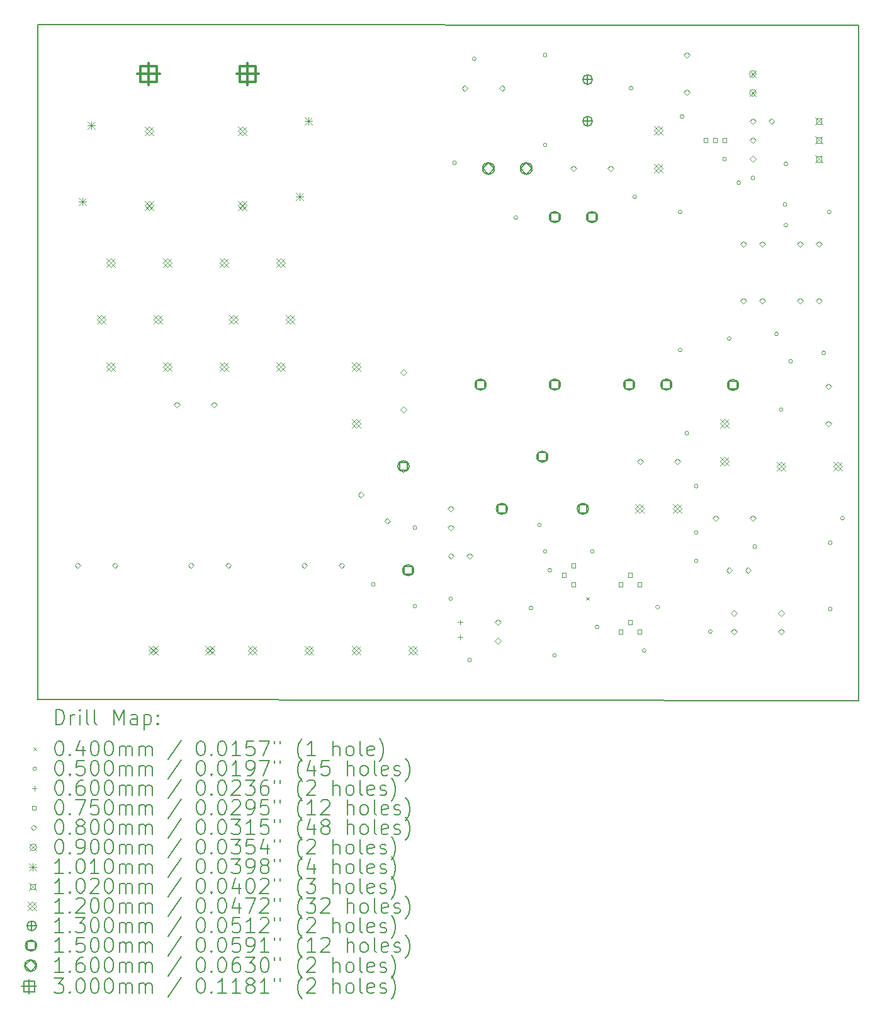
<source format=gbr>
%FSLAX45Y45*%
G04 Gerber Fmt 4.5, Leading zero omitted, Abs format (unit mm)*
G04 Created by KiCad (PCBNEW 6.0.2+dfsg-1) date 2024-06-07 15:20:34*
%MOMM*%
%LPD*%
G01*
G04 APERTURE LIST*
%TA.AperFunction,Profile*%
%ADD10C,0.150000*%
%TD*%
%ADD11C,0.200000*%
%ADD12C,0.040000*%
%ADD13C,0.050000*%
%ADD14C,0.060000*%
%ADD15C,0.075000*%
%ADD16C,0.080000*%
%ADD17C,0.090000*%
%ADD18C,0.101000*%
%ADD19C,0.102000*%
%ADD20C,0.120000*%
%ADD21C,0.130000*%
%ADD22C,0.150000*%
%ADD23C,0.160000*%
%ADD24C,0.300000*%
G04 APERTURE END LIST*
D10*
X18818860Y-5951220D02*
X7785100Y-5943600D01*
X18821400Y-15021560D02*
X18818860Y-5948680D01*
X7782560Y-5951220D02*
X7777480Y-15006320D01*
X8453120Y-15008860D02*
X7772400Y-15008860D01*
X18821400Y-15026640D02*
X8453120Y-15008860D01*
D11*
D12*
X15156500Y-13632500D02*
X15196500Y-13672500D01*
X15196500Y-13632500D02*
X15156500Y-13672500D01*
D13*
X12318600Y-13462000D02*
G75*
G03*
X12318600Y-13462000I-25000J0D01*
G01*
X12877400Y-12700000D02*
G75*
G03*
X12877400Y-12700000I-25000J0D01*
G01*
X12877400Y-13754100D02*
G75*
G03*
X12877400Y-13754100I-25000J0D01*
G01*
X13360000Y-13652500D02*
G75*
G03*
X13360000Y-13652500I-25000J0D01*
G01*
X13410800Y-7797800D02*
G75*
G03*
X13410800Y-7797800I-25000J0D01*
G01*
X13614000Y-14478000D02*
G75*
G03*
X13614000Y-14478000I-25000J0D01*
G01*
X13677500Y-6400800D02*
G75*
G03*
X13677500Y-6400800I-25000J0D01*
G01*
X14236300Y-8534400D02*
G75*
G03*
X14236300Y-8534400I-25000J0D01*
G01*
X14439500Y-13779500D02*
G75*
G03*
X14439500Y-13779500I-25000J0D01*
G01*
X14553800Y-12661900D02*
G75*
G03*
X14553800Y-12661900I-25000J0D01*
G01*
X14630000Y-6350000D02*
G75*
G03*
X14630000Y-6350000I-25000J0D01*
G01*
X14630000Y-7556500D02*
G75*
G03*
X14630000Y-7556500I-25000J0D01*
G01*
X14630000Y-13017500D02*
G75*
G03*
X14630000Y-13017500I-25000J0D01*
G01*
X14693500Y-13271500D02*
G75*
G03*
X14693500Y-13271500I-25000J0D01*
G01*
X14757000Y-14414500D02*
G75*
G03*
X14757000Y-14414500I-25000J0D01*
G01*
X15265000Y-13017500D02*
G75*
G03*
X15265000Y-13017500I-25000J0D01*
G01*
X15328500Y-14033500D02*
G75*
G03*
X15328500Y-14033500I-25000J0D01*
G01*
X15785700Y-6794500D02*
G75*
G03*
X15785700Y-6794500I-25000J0D01*
G01*
X15836500Y-8255000D02*
G75*
G03*
X15836500Y-8255000I-25000J0D01*
G01*
X15963500Y-14351000D02*
G75*
G03*
X15963500Y-14351000I-25000J0D01*
G01*
X16141500Y-13767000D02*
G75*
G03*
X16141500Y-13767000I-25000J0D01*
G01*
X16446100Y-8458200D02*
G75*
G03*
X16446100Y-8458200I-25000J0D01*
G01*
X16446100Y-10312400D02*
G75*
G03*
X16446100Y-10312400I-25000J0D01*
G01*
X16471500Y-7175500D02*
G75*
G03*
X16471500Y-7175500I-25000J0D01*
G01*
X16535000Y-11430000D02*
G75*
G03*
X16535000Y-11430000I-25000J0D01*
G01*
X16662000Y-12141200D02*
G75*
G03*
X16662000Y-12141200I-25000J0D01*
G01*
X16662000Y-12763500D02*
G75*
G03*
X16662000Y-12763500I-25000J0D01*
G01*
X16662000Y-13144500D02*
G75*
G03*
X16662000Y-13144500I-25000J0D01*
G01*
X16852500Y-14097000D02*
G75*
G03*
X16852500Y-14097000I-25000J0D01*
G01*
X17043000Y-7747000D02*
G75*
G03*
X17043000Y-7747000I-25000J0D01*
G01*
X17106500Y-10160000D02*
G75*
G03*
X17106500Y-10160000I-25000J0D01*
G01*
X17233500Y-8064500D02*
G75*
G03*
X17233500Y-8064500I-25000J0D01*
G01*
X17424000Y-8001000D02*
G75*
G03*
X17424000Y-8001000I-25000J0D01*
G01*
X17449400Y-12954000D02*
G75*
G03*
X17449400Y-12954000I-25000J0D01*
G01*
X17741500Y-10096500D02*
G75*
G03*
X17741500Y-10096500I-25000J0D01*
G01*
X17805000Y-11112500D02*
G75*
G03*
X17805000Y-11112500I-25000J0D01*
G01*
X17855800Y-8356600D02*
G75*
G03*
X17855800Y-8356600I-25000J0D01*
G01*
X17868500Y-7810500D02*
G75*
G03*
X17868500Y-7810500I-25000J0D01*
G01*
X17868500Y-8636000D02*
G75*
G03*
X17868500Y-8636000I-25000J0D01*
G01*
X17932000Y-10464800D02*
G75*
G03*
X17932000Y-10464800I-25000J0D01*
G01*
X18376500Y-10350500D02*
G75*
G03*
X18376500Y-10350500I-25000J0D01*
G01*
X18452700Y-8458200D02*
G75*
G03*
X18452700Y-8458200I-25000J0D01*
G01*
X18465400Y-12903200D02*
G75*
G03*
X18465400Y-12903200I-25000J0D01*
G01*
X18465400Y-13792200D02*
G75*
G03*
X18465400Y-13792200I-25000J0D01*
G01*
X18630500Y-12573000D02*
G75*
G03*
X18630500Y-12573000I-25000J0D01*
G01*
D14*
X13462000Y-13940000D02*
X13462000Y-14000000D01*
X13432000Y-13970000D02*
X13492000Y-13970000D01*
X13462000Y-14140000D02*
X13462000Y-14200000D01*
X13432000Y-14170000D02*
X13492000Y-14170000D01*
D15*
X14885517Y-13361517D02*
X14885517Y-13308483D01*
X14832483Y-13308483D01*
X14832483Y-13361517D01*
X14885517Y-13361517D01*
X15012517Y-13234517D02*
X15012517Y-13181483D01*
X14959483Y-13181483D01*
X14959483Y-13234517D01*
X15012517Y-13234517D01*
X15012517Y-13488517D02*
X15012517Y-13435483D01*
X14959483Y-13435483D01*
X14959483Y-13488517D01*
X15012517Y-13488517D01*
X15647517Y-13488517D02*
X15647517Y-13435483D01*
X15594483Y-13435483D01*
X15594483Y-13488517D01*
X15647517Y-13488517D01*
X15647517Y-14123517D02*
X15647517Y-14070483D01*
X15594483Y-14070483D01*
X15594483Y-14123517D01*
X15647517Y-14123517D01*
X15774517Y-13361517D02*
X15774517Y-13308483D01*
X15721483Y-13308483D01*
X15721483Y-13361517D01*
X15774517Y-13361517D01*
X15774517Y-13996517D02*
X15774517Y-13943483D01*
X15721483Y-13943483D01*
X15721483Y-13996517D01*
X15774517Y-13996517D01*
X15901517Y-13488517D02*
X15901517Y-13435483D01*
X15848483Y-13435483D01*
X15848483Y-13488517D01*
X15901517Y-13488517D01*
X15901517Y-14123517D02*
X15901517Y-14070483D01*
X15848483Y-14070483D01*
X15848483Y-14123517D01*
X15901517Y-14123517D01*
X16790517Y-7519517D02*
X16790517Y-7466483D01*
X16737483Y-7466483D01*
X16737483Y-7519517D01*
X16790517Y-7519517D01*
X16917517Y-7519517D02*
X16917517Y-7466483D01*
X16864483Y-7466483D01*
X16864483Y-7519517D01*
X16917517Y-7519517D01*
X17044517Y-7519517D02*
X17044517Y-7466483D01*
X16991483Y-7466483D01*
X16991483Y-7519517D01*
X17044517Y-7519517D01*
D16*
X8318500Y-13248000D02*
X8358500Y-13208000D01*
X8318500Y-13168000D01*
X8278500Y-13208000D01*
X8318500Y-13248000D01*
X8818500Y-13248000D02*
X8858500Y-13208000D01*
X8818500Y-13168000D01*
X8778500Y-13208000D01*
X8818500Y-13248000D01*
X9652000Y-11089000D02*
X9692000Y-11049000D01*
X9652000Y-11009000D01*
X9612000Y-11049000D01*
X9652000Y-11089000D01*
X9842500Y-13248000D02*
X9882500Y-13208000D01*
X9842500Y-13168000D01*
X9802500Y-13208000D01*
X9842500Y-13248000D01*
X10152000Y-11089000D02*
X10192000Y-11049000D01*
X10152000Y-11009000D01*
X10112000Y-11049000D01*
X10152000Y-11089000D01*
X10342500Y-13248000D02*
X10382500Y-13208000D01*
X10342500Y-13168000D01*
X10302500Y-13208000D01*
X10342500Y-13248000D01*
X11366500Y-13248000D02*
X11406500Y-13208000D01*
X11366500Y-13168000D01*
X11326500Y-13208000D01*
X11366500Y-13248000D01*
X11866500Y-13248000D02*
X11906500Y-13208000D01*
X11866500Y-13168000D01*
X11826500Y-13208000D01*
X11866500Y-13248000D01*
X12128500Y-12295500D02*
X12168500Y-12255500D01*
X12128500Y-12215500D01*
X12088500Y-12255500D01*
X12128500Y-12295500D01*
X12482053Y-12649053D02*
X12522053Y-12609053D01*
X12482053Y-12569053D01*
X12442053Y-12609053D01*
X12482053Y-12649053D01*
X12700000Y-10652500D02*
X12740000Y-10612500D01*
X12700000Y-10572500D01*
X12660000Y-10612500D01*
X12700000Y-10652500D01*
X12700000Y-11152500D02*
X12740000Y-11112500D01*
X12700000Y-11072500D01*
X12660000Y-11112500D01*
X12700000Y-11152500D01*
X13335000Y-12486000D02*
X13375000Y-12446000D01*
X13335000Y-12406000D01*
X13295000Y-12446000D01*
X13335000Y-12486000D01*
X13335000Y-12740000D02*
X13375000Y-12700000D01*
X13335000Y-12660000D01*
X13295000Y-12700000D01*
X13335000Y-12740000D01*
X13339000Y-13121000D02*
X13379000Y-13081000D01*
X13339000Y-13041000D01*
X13299000Y-13081000D01*
X13339000Y-13121000D01*
X13525500Y-6834500D02*
X13565500Y-6794500D01*
X13525500Y-6754500D01*
X13485500Y-6794500D01*
X13525500Y-6834500D01*
X13589000Y-13121000D02*
X13629000Y-13081000D01*
X13589000Y-13041000D01*
X13549000Y-13081000D01*
X13589000Y-13121000D01*
X13970000Y-14010000D02*
X14010000Y-13970000D01*
X13970000Y-13930000D01*
X13930000Y-13970000D01*
X13970000Y-14010000D01*
X13970000Y-14260000D02*
X14010000Y-14220000D01*
X13970000Y-14180000D01*
X13930000Y-14220000D01*
X13970000Y-14260000D01*
X14025500Y-6834500D02*
X14065500Y-6794500D01*
X14025500Y-6754500D01*
X13985500Y-6794500D01*
X14025500Y-6834500D01*
X14986000Y-7914000D02*
X15026000Y-7874000D01*
X14986000Y-7834000D01*
X14946000Y-7874000D01*
X14986000Y-7914000D01*
X15486000Y-7914000D02*
X15526000Y-7874000D01*
X15486000Y-7834000D01*
X15446000Y-7874000D01*
X15486000Y-7914000D01*
X15883000Y-11851000D02*
X15923000Y-11811000D01*
X15883000Y-11771000D01*
X15843000Y-11811000D01*
X15883000Y-11851000D01*
X16383000Y-11851000D02*
X16423000Y-11811000D01*
X16383000Y-11771000D01*
X16343000Y-11811000D01*
X16383000Y-11851000D01*
X16510000Y-6390000D02*
X16550000Y-6350000D01*
X16510000Y-6310000D01*
X16470000Y-6350000D01*
X16510000Y-6390000D01*
X16510000Y-6890000D02*
X16550000Y-6850000D01*
X16510000Y-6810000D01*
X16470000Y-6850000D01*
X16510000Y-6890000D01*
X16899000Y-12613000D02*
X16939000Y-12573000D01*
X16899000Y-12533000D01*
X16859000Y-12573000D01*
X16899000Y-12613000D01*
X17081500Y-13311500D02*
X17121500Y-13271500D01*
X17081500Y-13231500D01*
X17041500Y-13271500D01*
X17081500Y-13311500D01*
X17145000Y-13887000D02*
X17185000Y-13847000D01*
X17145000Y-13807000D01*
X17105000Y-13847000D01*
X17145000Y-13887000D01*
X17145000Y-14137000D02*
X17185000Y-14097000D01*
X17145000Y-14057000D01*
X17105000Y-14097000D01*
X17145000Y-14137000D01*
X17272000Y-8930000D02*
X17312000Y-8890000D01*
X17272000Y-8850000D01*
X17232000Y-8890000D01*
X17272000Y-8930000D01*
X17272000Y-9692000D02*
X17312000Y-9652000D01*
X17272000Y-9612000D01*
X17232000Y-9652000D01*
X17272000Y-9692000D01*
X17335500Y-13311500D02*
X17375500Y-13271500D01*
X17335500Y-13231500D01*
X17295500Y-13271500D01*
X17335500Y-13311500D01*
X17399000Y-7279000D02*
X17439000Y-7239000D01*
X17399000Y-7199000D01*
X17359000Y-7239000D01*
X17399000Y-7279000D01*
X17399000Y-7533000D02*
X17439000Y-7493000D01*
X17399000Y-7453000D01*
X17359000Y-7493000D01*
X17399000Y-7533000D01*
X17399000Y-7783000D02*
X17439000Y-7743000D01*
X17399000Y-7703000D01*
X17359000Y-7743000D01*
X17399000Y-7783000D01*
X17399000Y-12613000D02*
X17439000Y-12573000D01*
X17399000Y-12533000D01*
X17359000Y-12573000D01*
X17399000Y-12613000D01*
X17526000Y-8930000D02*
X17566000Y-8890000D01*
X17526000Y-8850000D01*
X17486000Y-8890000D01*
X17526000Y-8930000D01*
X17526000Y-9692000D02*
X17566000Y-9652000D01*
X17526000Y-9612000D01*
X17486000Y-9652000D01*
X17526000Y-9692000D01*
X17649000Y-7279000D02*
X17689000Y-7239000D01*
X17649000Y-7199000D01*
X17609000Y-7239000D01*
X17649000Y-7279000D01*
X17780000Y-13887000D02*
X17820000Y-13847000D01*
X17780000Y-13807000D01*
X17740000Y-13847000D01*
X17780000Y-13887000D01*
X17780000Y-14137000D02*
X17820000Y-14097000D01*
X17780000Y-14057000D01*
X17740000Y-14097000D01*
X17780000Y-14137000D01*
X18034000Y-8930000D02*
X18074000Y-8890000D01*
X18034000Y-8850000D01*
X17994000Y-8890000D01*
X18034000Y-8930000D01*
X18034000Y-9692000D02*
X18074000Y-9652000D01*
X18034000Y-9612000D01*
X17994000Y-9652000D01*
X18034000Y-9692000D01*
X18288000Y-8930000D02*
X18328000Y-8890000D01*
X18288000Y-8850000D01*
X18248000Y-8890000D01*
X18288000Y-8930000D01*
X18288000Y-9692000D02*
X18328000Y-9652000D01*
X18288000Y-9612000D01*
X18248000Y-9652000D01*
X18288000Y-9692000D01*
X18415000Y-10843000D02*
X18455000Y-10803000D01*
X18415000Y-10763000D01*
X18375000Y-10803000D01*
X18415000Y-10843000D01*
X18415000Y-11343000D02*
X18455000Y-11303000D01*
X18415000Y-11263000D01*
X18375000Y-11303000D01*
X18415000Y-11343000D01*
D17*
X17354000Y-6559000D02*
X17444000Y-6649000D01*
X17444000Y-6559000D02*
X17354000Y-6649000D01*
X17444000Y-6604000D02*
G75*
G03*
X17444000Y-6604000I-45000J0D01*
G01*
X17354000Y-6813000D02*
X17444000Y-6903000D01*
X17444000Y-6813000D02*
X17354000Y-6903000D01*
X17444000Y-6858000D02*
G75*
G03*
X17444000Y-6858000I-45000J0D01*
G01*
D18*
X8331500Y-8268000D02*
X8432500Y-8369000D01*
X8432500Y-8268000D02*
X8331500Y-8369000D01*
X8382000Y-8268000D02*
X8382000Y-8369000D01*
X8331500Y-8318500D02*
X8432500Y-8318500D01*
X8451500Y-7248000D02*
X8552500Y-7349000D01*
X8552500Y-7248000D02*
X8451500Y-7349000D01*
X8502000Y-7248000D02*
X8502000Y-7349000D01*
X8451500Y-7298500D02*
X8552500Y-7298500D01*
X11252500Y-8204500D02*
X11353500Y-8305500D01*
X11353500Y-8204500D02*
X11252500Y-8305500D01*
X11303000Y-8204500D02*
X11303000Y-8305500D01*
X11252500Y-8255000D02*
X11353500Y-8255000D01*
X11372500Y-7184500D02*
X11473500Y-7285500D01*
X11473500Y-7184500D02*
X11372500Y-7285500D01*
X11423000Y-7184500D02*
X11423000Y-7285500D01*
X11372500Y-7235000D02*
X11473500Y-7235000D01*
D19*
X18237000Y-7188000D02*
X18339000Y-7290000D01*
X18339000Y-7188000D02*
X18237000Y-7290000D01*
X18324063Y-7275063D02*
X18324063Y-7202937D01*
X18251937Y-7202937D01*
X18251937Y-7275063D01*
X18324063Y-7275063D01*
X18237000Y-7442000D02*
X18339000Y-7544000D01*
X18339000Y-7442000D02*
X18237000Y-7544000D01*
X18324063Y-7529063D02*
X18324063Y-7456937D01*
X18251937Y-7456937D01*
X18251937Y-7529063D01*
X18324063Y-7529063D01*
X18237000Y-7696000D02*
X18339000Y-7798000D01*
X18339000Y-7696000D02*
X18237000Y-7798000D01*
X18324063Y-7783063D02*
X18324063Y-7710937D01*
X18251937Y-7710937D01*
X18251937Y-7783063D01*
X18324063Y-7783063D01*
D20*
X8576000Y-9846000D02*
X8696000Y-9966000D01*
X8696000Y-9846000D02*
X8576000Y-9966000D01*
X8636000Y-9966000D02*
X8696000Y-9906000D01*
X8636000Y-9846000D01*
X8576000Y-9906000D01*
X8636000Y-9966000D01*
X8703000Y-9084000D02*
X8823000Y-9204000D01*
X8823000Y-9084000D02*
X8703000Y-9204000D01*
X8763000Y-9204000D02*
X8823000Y-9144000D01*
X8763000Y-9084000D01*
X8703000Y-9144000D01*
X8763000Y-9204000D01*
X8703000Y-10481000D02*
X8823000Y-10601000D01*
X8823000Y-10481000D02*
X8703000Y-10601000D01*
X8763000Y-10601000D02*
X8823000Y-10541000D01*
X8763000Y-10481000D01*
X8703000Y-10541000D01*
X8763000Y-10601000D01*
X9221000Y-7314000D02*
X9341000Y-7434000D01*
X9341000Y-7314000D02*
X9221000Y-7434000D01*
X9281000Y-7434000D02*
X9341000Y-7374000D01*
X9281000Y-7314000D01*
X9221000Y-7374000D01*
X9281000Y-7434000D01*
X9221000Y-8314000D02*
X9341000Y-8434000D01*
X9341000Y-8314000D02*
X9221000Y-8434000D01*
X9281000Y-8434000D02*
X9341000Y-8374000D01*
X9281000Y-8314000D01*
X9221000Y-8374000D01*
X9281000Y-8434000D01*
X9274500Y-14291000D02*
X9394500Y-14411000D01*
X9394500Y-14291000D02*
X9274500Y-14411000D01*
X9334500Y-14411000D02*
X9394500Y-14351000D01*
X9334500Y-14291000D01*
X9274500Y-14351000D01*
X9334500Y-14411000D01*
X9338000Y-9846000D02*
X9458000Y-9966000D01*
X9458000Y-9846000D02*
X9338000Y-9966000D01*
X9398000Y-9966000D02*
X9458000Y-9906000D01*
X9398000Y-9846000D01*
X9338000Y-9906000D01*
X9398000Y-9966000D01*
X9465000Y-9084000D02*
X9585000Y-9204000D01*
X9585000Y-9084000D02*
X9465000Y-9204000D01*
X9525000Y-9204000D02*
X9585000Y-9144000D01*
X9525000Y-9084000D01*
X9465000Y-9144000D01*
X9525000Y-9204000D01*
X9465000Y-10481000D02*
X9585000Y-10601000D01*
X9585000Y-10481000D02*
X9465000Y-10601000D01*
X9525000Y-10601000D02*
X9585000Y-10541000D01*
X9525000Y-10481000D01*
X9465000Y-10541000D01*
X9525000Y-10601000D01*
X10036500Y-14291000D02*
X10156500Y-14411000D01*
X10156500Y-14291000D02*
X10036500Y-14411000D01*
X10096500Y-14411000D02*
X10156500Y-14351000D01*
X10096500Y-14291000D01*
X10036500Y-14351000D01*
X10096500Y-14411000D01*
X10227000Y-9084000D02*
X10347000Y-9204000D01*
X10347000Y-9084000D02*
X10227000Y-9204000D01*
X10287000Y-9204000D02*
X10347000Y-9144000D01*
X10287000Y-9084000D01*
X10227000Y-9144000D01*
X10287000Y-9204000D01*
X10227000Y-10481000D02*
X10347000Y-10601000D01*
X10347000Y-10481000D02*
X10227000Y-10601000D01*
X10287000Y-10601000D02*
X10347000Y-10541000D01*
X10287000Y-10481000D01*
X10227000Y-10541000D01*
X10287000Y-10601000D01*
X10354000Y-9846000D02*
X10474000Y-9966000D01*
X10474000Y-9846000D02*
X10354000Y-9966000D01*
X10414000Y-9966000D02*
X10474000Y-9906000D01*
X10414000Y-9846000D01*
X10354000Y-9906000D01*
X10414000Y-9966000D01*
X10471000Y-7314000D02*
X10591000Y-7434000D01*
X10591000Y-7314000D02*
X10471000Y-7434000D01*
X10531000Y-7434000D02*
X10591000Y-7374000D01*
X10531000Y-7314000D01*
X10471000Y-7374000D01*
X10531000Y-7434000D01*
X10471000Y-8314000D02*
X10591000Y-8434000D01*
X10591000Y-8314000D02*
X10471000Y-8434000D01*
X10531000Y-8434000D02*
X10591000Y-8374000D01*
X10531000Y-8314000D01*
X10471000Y-8374000D01*
X10531000Y-8434000D01*
X10608000Y-14291000D02*
X10728000Y-14411000D01*
X10728000Y-14291000D02*
X10608000Y-14411000D01*
X10668000Y-14411000D02*
X10728000Y-14351000D01*
X10668000Y-14291000D01*
X10608000Y-14351000D01*
X10668000Y-14411000D01*
X10989000Y-9084000D02*
X11109000Y-9204000D01*
X11109000Y-9084000D02*
X10989000Y-9204000D01*
X11049000Y-9204000D02*
X11109000Y-9144000D01*
X11049000Y-9084000D01*
X10989000Y-9144000D01*
X11049000Y-9204000D01*
X10989000Y-10481000D02*
X11109000Y-10601000D01*
X11109000Y-10481000D02*
X10989000Y-10601000D01*
X11049000Y-10601000D02*
X11109000Y-10541000D01*
X11049000Y-10481000D01*
X10989000Y-10541000D01*
X11049000Y-10601000D01*
X11116000Y-9846000D02*
X11236000Y-9966000D01*
X11236000Y-9846000D02*
X11116000Y-9966000D01*
X11176000Y-9966000D02*
X11236000Y-9906000D01*
X11176000Y-9846000D01*
X11116000Y-9906000D01*
X11176000Y-9966000D01*
X11370000Y-14291000D02*
X11490000Y-14411000D01*
X11490000Y-14291000D02*
X11370000Y-14411000D01*
X11430000Y-14411000D02*
X11490000Y-14351000D01*
X11430000Y-14291000D01*
X11370000Y-14351000D01*
X11430000Y-14411000D01*
X12005000Y-10481000D02*
X12125000Y-10601000D01*
X12125000Y-10481000D02*
X12005000Y-10601000D01*
X12065000Y-10601000D02*
X12125000Y-10541000D01*
X12065000Y-10481000D01*
X12005000Y-10541000D01*
X12065000Y-10601000D01*
X12005000Y-11243000D02*
X12125000Y-11363000D01*
X12125000Y-11243000D02*
X12005000Y-11363000D01*
X12065000Y-11363000D02*
X12125000Y-11303000D01*
X12065000Y-11243000D01*
X12005000Y-11303000D01*
X12065000Y-11363000D01*
X12005000Y-14291000D02*
X12125000Y-14411000D01*
X12125000Y-14291000D02*
X12005000Y-14411000D01*
X12065000Y-14411000D02*
X12125000Y-14351000D01*
X12065000Y-14291000D01*
X12005000Y-14351000D01*
X12065000Y-14411000D01*
X12767000Y-14291000D02*
X12887000Y-14411000D01*
X12887000Y-14291000D02*
X12767000Y-14411000D01*
X12827000Y-14411000D02*
X12887000Y-14351000D01*
X12827000Y-14291000D01*
X12767000Y-14351000D01*
X12827000Y-14411000D01*
X15815000Y-12386000D02*
X15935000Y-12506000D01*
X15935000Y-12386000D02*
X15815000Y-12506000D01*
X15875000Y-12506000D02*
X15935000Y-12446000D01*
X15875000Y-12386000D01*
X15815000Y-12446000D01*
X15875000Y-12506000D01*
X16069000Y-7306000D02*
X16189000Y-7426000D01*
X16189000Y-7306000D02*
X16069000Y-7426000D01*
X16129000Y-7426000D02*
X16189000Y-7366000D01*
X16129000Y-7306000D01*
X16069000Y-7366000D01*
X16129000Y-7426000D01*
X16069000Y-7814000D02*
X16189000Y-7934000D01*
X16189000Y-7814000D02*
X16069000Y-7934000D01*
X16129000Y-7934000D02*
X16189000Y-7874000D01*
X16129000Y-7814000D01*
X16069000Y-7874000D01*
X16129000Y-7934000D01*
X16323000Y-12386000D02*
X16443000Y-12506000D01*
X16443000Y-12386000D02*
X16323000Y-12506000D01*
X16383000Y-12506000D02*
X16443000Y-12446000D01*
X16383000Y-12386000D01*
X16323000Y-12446000D01*
X16383000Y-12506000D01*
X16958000Y-11243000D02*
X17078000Y-11363000D01*
X17078000Y-11243000D02*
X16958000Y-11363000D01*
X17018000Y-11363000D02*
X17078000Y-11303000D01*
X17018000Y-11243000D01*
X16958000Y-11303000D01*
X17018000Y-11363000D01*
X16958000Y-11751000D02*
X17078000Y-11871000D01*
X17078000Y-11751000D02*
X16958000Y-11871000D01*
X17018000Y-11871000D02*
X17078000Y-11811000D01*
X17018000Y-11751000D01*
X16958000Y-11811000D01*
X17018000Y-11871000D01*
X17720000Y-11814500D02*
X17840000Y-11934500D01*
X17840000Y-11814500D02*
X17720000Y-11934500D01*
X17780000Y-11934500D02*
X17840000Y-11874500D01*
X17780000Y-11814500D01*
X17720000Y-11874500D01*
X17780000Y-11934500D01*
X18482000Y-11814500D02*
X18602000Y-11934500D01*
X18602000Y-11814500D02*
X18482000Y-11934500D01*
X18542000Y-11934500D02*
X18602000Y-11874500D01*
X18542000Y-11814500D01*
X18482000Y-11874500D01*
X18542000Y-11934500D01*
D21*
X15176500Y-6614000D02*
X15176500Y-6744000D01*
X15111500Y-6679000D02*
X15241500Y-6679000D01*
X15241500Y-6679000D02*
G75*
G03*
X15241500Y-6679000I-65000J0D01*
G01*
X15176500Y-7174000D02*
X15176500Y-7304000D01*
X15111500Y-7239000D02*
X15241500Y-7239000D01*
X15241500Y-7239000D02*
G75*
G03*
X15241500Y-7239000I-65000J0D01*
G01*
D22*
X12753033Y-11927533D02*
X12753033Y-11821466D01*
X12646966Y-11821466D01*
X12646966Y-11927533D01*
X12753033Y-11927533D01*
X12775000Y-11874500D02*
G75*
G03*
X12775000Y-11874500I-75000J0D01*
G01*
X12816533Y-13324533D02*
X12816533Y-13218466D01*
X12710466Y-13218466D01*
X12710466Y-13324533D01*
X12816533Y-13324533D01*
X12838500Y-13271500D02*
G75*
G03*
X12838500Y-13271500I-75000J0D01*
G01*
X13789033Y-10830034D02*
X13789033Y-10723967D01*
X13682966Y-10723967D01*
X13682966Y-10830034D01*
X13789033Y-10830034D01*
X13811000Y-10777000D02*
G75*
G03*
X13811000Y-10777000I-75000J0D01*
G01*
X14076033Y-12499033D02*
X14076033Y-12392966D01*
X13969966Y-12392966D01*
X13969966Y-12499033D01*
X14076033Y-12499033D01*
X14098000Y-12446000D02*
G75*
G03*
X14098000Y-12446000I-75000J0D01*
G01*
X14621033Y-11799033D02*
X14621033Y-11692966D01*
X14514966Y-11692966D01*
X14514966Y-11799033D01*
X14621033Y-11799033D01*
X14643000Y-11746000D02*
G75*
G03*
X14643000Y-11746000I-75000J0D01*
G01*
X14789033Y-8580034D02*
X14789033Y-8473967D01*
X14682966Y-8473967D01*
X14682966Y-8580034D01*
X14789033Y-8580034D01*
X14811000Y-8527000D02*
G75*
G03*
X14811000Y-8527000I-75000J0D01*
G01*
X14789033Y-10830034D02*
X14789033Y-10723967D01*
X14682966Y-10723967D01*
X14682966Y-10830034D01*
X14789033Y-10830034D01*
X14811000Y-10777000D02*
G75*
G03*
X14811000Y-10777000I-75000J0D01*
G01*
X15166033Y-12499033D02*
X15166033Y-12392966D01*
X15059966Y-12392966D01*
X15059966Y-12499033D01*
X15166033Y-12499033D01*
X15188000Y-12446000D02*
G75*
G03*
X15188000Y-12446000I-75000J0D01*
G01*
X15289033Y-8580034D02*
X15289033Y-8473967D01*
X15182966Y-8473967D01*
X15182966Y-8580034D01*
X15289033Y-8580034D01*
X15311000Y-8527000D02*
G75*
G03*
X15311000Y-8527000I-75000J0D01*
G01*
X15789033Y-10830034D02*
X15789033Y-10723967D01*
X15682966Y-10723967D01*
X15682966Y-10830034D01*
X15789033Y-10830034D01*
X15811000Y-10777000D02*
G75*
G03*
X15811000Y-10777000I-75000J0D01*
G01*
X16289033Y-10830034D02*
X16289033Y-10723967D01*
X16182966Y-10723967D01*
X16182966Y-10830034D01*
X16289033Y-10830034D01*
X16311000Y-10777000D02*
G75*
G03*
X16311000Y-10777000I-75000J0D01*
G01*
X17185334Y-10835334D02*
X17185334Y-10729267D01*
X17079267Y-10729267D01*
X17079267Y-10835334D01*
X17185334Y-10835334D01*
X17207300Y-10782300D02*
G75*
G03*
X17207300Y-10782300I-75000J0D01*
G01*
D23*
X13843000Y-7954000D02*
X13923000Y-7874000D01*
X13843000Y-7794000D01*
X13763000Y-7874000D01*
X13843000Y-7954000D01*
X13923000Y-7874000D02*
G75*
G03*
X13923000Y-7874000I-80000J0D01*
G01*
X14351000Y-7954000D02*
X14431000Y-7874000D01*
X14351000Y-7794000D01*
X14271000Y-7874000D01*
X14351000Y-7954000D01*
X14431000Y-7874000D02*
G75*
G03*
X14431000Y-7874000I-80000J0D01*
G01*
D24*
X9271000Y-6454000D02*
X9271000Y-6754000D01*
X9121000Y-6604000D02*
X9421000Y-6604000D01*
X9377067Y-6710067D02*
X9377067Y-6497933D01*
X9164933Y-6497933D01*
X9164933Y-6710067D01*
X9377067Y-6710067D01*
X10604500Y-6454000D02*
X10604500Y-6754000D01*
X10454500Y-6604000D02*
X10754500Y-6604000D01*
X10710567Y-6710067D02*
X10710567Y-6497933D01*
X10498433Y-6497933D01*
X10498433Y-6710067D01*
X10710567Y-6710067D01*
D11*
X8022519Y-15344616D02*
X8022519Y-15144616D01*
X8070138Y-15144616D01*
X8098709Y-15154140D01*
X8117757Y-15173188D01*
X8127281Y-15192235D01*
X8136805Y-15230330D01*
X8136805Y-15258902D01*
X8127281Y-15296997D01*
X8117757Y-15316045D01*
X8098709Y-15335092D01*
X8070138Y-15344616D01*
X8022519Y-15344616D01*
X8222519Y-15344616D02*
X8222519Y-15211283D01*
X8222519Y-15249378D02*
X8232043Y-15230330D01*
X8241567Y-15220807D01*
X8260614Y-15211283D01*
X8279662Y-15211283D01*
X8346328Y-15344616D02*
X8346328Y-15211283D01*
X8346328Y-15144616D02*
X8336805Y-15154140D01*
X8346328Y-15163664D01*
X8355852Y-15154140D01*
X8346328Y-15144616D01*
X8346328Y-15163664D01*
X8470138Y-15344616D02*
X8451090Y-15335092D01*
X8441567Y-15316045D01*
X8441567Y-15144616D01*
X8574900Y-15344616D02*
X8555852Y-15335092D01*
X8546329Y-15316045D01*
X8546329Y-15144616D01*
X8803471Y-15344616D02*
X8803471Y-15144616D01*
X8870138Y-15287473D01*
X8936805Y-15144616D01*
X8936805Y-15344616D01*
X9117757Y-15344616D02*
X9117757Y-15239854D01*
X9108233Y-15220807D01*
X9089186Y-15211283D01*
X9051090Y-15211283D01*
X9032043Y-15220807D01*
X9117757Y-15335092D02*
X9098710Y-15344616D01*
X9051090Y-15344616D01*
X9032043Y-15335092D01*
X9022519Y-15316045D01*
X9022519Y-15296997D01*
X9032043Y-15277949D01*
X9051090Y-15268426D01*
X9098710Y-15268426D01*
X9117757Y-15258902D01*
X9212995Y-15211283D02*
X9212995Y-15411283D01*
X9212995Y-15220807D02*
X9232043Y-15211283D01*
X9270138Y-15211283D01*
X9289186Y-15220807D01*
X9298710Y-15230330D01*
X9308233Y-15249378D01*
X9308233Y-15306521D01*
X9298710Y-15325568D01*
X9289186Y-15335092D01*
X9270138Y-15344616D01*
X9232043Y-15344616D01*
X9212995Y-15335092D01*
X9393948Y-15325568D02*
X9403471Y-15335092D01*
X9393948Y-15344616D01*
X9384424Y-15335092D01*
X9393948Y-15325568D01*
X9393948Y-15344616D01*
X9393948Y-15220807D02*
X9403471Y-15230330D01*
X9393948Y-15239854D01*
X9384424Y-15230330D01*
X9393948Y-15220807D01*
X9393948Y-15239854D01*
D12*
X7724900Y-15654140D02*
X7764900Y-15694140D01*
X7764900Y-15654140D02*
X7724900Y-15694140D01*
D11*
X8060614Y-15564616D02*
X8079662Y-15564616D01*
X8098709Y-15574140D01*
X8108233Y-15583664D01*
X8117757Y-15602711D01*
X8127281Y-15640807D01*
X8127281Y-15688426D01*
X8117757Y-15726521D01*
X8108233Y-15745568D01*
X8098709Y-15755092D01*
X8079662Y-15764616D01*
X8060614Y-15764616D01*
X8041567Y-15755092D01*
X8032043Y-15745568D01*
X8022519Y-15726521D01*
X8012995Y-15688426D01*
X8012995Y-15640807D01*
X8022519Y-15602711D01*
X8032043Y-15583664D01*
X8041567Y-15574140D01*
X8060614Y-15564616D01*
X8212995Y-15745568D02*
X8222519Y-15755092D01*
X8212995Y-15764616D01*
X8203471Y-15755092D01*
X8212995Y-15745568D01*
X8212995Y-15764616D01*
X8393948Y-15631283D02*
X8393948Y-15764616D01*
X8346328Y-15555092D02*
X8298709Y-15697949D01*
X8422519Y-15697949D01*
X8536805Y-15564616D02*
X8555852Y-15564616D01*
X8574900Y-15574140D01*
X8584424Y-15583664D01*
X8593948Y-15602711D01*
X8603471Y-15640807D01*
X8603471Y-15688426D01*
X8593948Y-15726521D01*
X8584424Y-15745568D01*
X8574900Y-15755092D01*
X8555852Y-15764616D01*
X8536805Y-15764616D01*
X8517757Y-15755092D01*
X8508233Y-15745568D01*
X8498710Y-15726521D01*
X8489186Y-15688426D01*
X8489186Y-15640807D01*
X8498710Y-15602711D01*
X8508233Y-15583664D01*
X8517757Y-15574140D01*
X8536805Y-15564616D01*
X8727281Y-15564616D02*
X8746329Y-15564616D01*
X8765376Y-15574140D01*
X8774900Y-15583664D01*
X8784424Y-15602711D01*
X8793948Y-15640807D01*
X8793948Y-15688426D01*
X8784424Y-15726521D01*
X8774900Y-15745568D01*
X8765376Y-15755092D01*
X8746329Y-15764616D01*
X8727281Y-15764616D01*
X8708233Y-15755092D01*
X8698710Y-15745568D01*
X8689186Y-15726521D01*
X8679662Y-15688426D01*
X8679662Y-15640807D01*
X8689186Y-15602711D01*
X8698710Y-15583664D01*
X8708233Y-15574140D01*
X8727281Y-15564616D01*
X8879662Y-15764616D02*
X8879662Y-15631283D01*
X8879662Y-15650330D02*
X8889186Y-15640807D01*
X8908233Y-15631283D01*
X8936805Y-15631283D01*
X8955852Y-15640807D01*
X8965376Y-15659854D01*
X8965376Y-15764616D01*
X8965376Y-15659854D02*
X8974900Y-15640807D01*
X8993948Y-15631283D01*
X9022519Y-15631283D01*
X9041567Y-15640807D01*
X9051090Y-15659854D01*
X9051090Y-15764616D01*
X9146329Y-15764616D02*
X9146329Y-15631283D01*
X9146329Y-15650330D02*
X9155852Y-15640807D01*
X9174900Y-15631283D01*
X9203471Y-15631283D01*
X9222519Y-15640807D01*
X9232043Y-15659854D01*
X9232043Y-15764616D01*
X9232043Y-15659854D02*
X9241567Y-15640807D01*
X9260614Y-15631283D01*
X9289186Y-15631283D01*
X9308233Y-15640807D01*
X9317757Y-15659854D01*
X9317757Y-15764616D01*
X9708233Y-15555092D02*
X9536805Y-15812235D01*
X9965376Y-15564616D02*
X9984424Y-15564616D01*
X10003471Y-15574140D01*
X10012995Y-15583664D01*
X10022519Y-15602711D01*
X10032043Y-15640807D01*
X10032043Y-15688426D01*
X10022519Y-15726521D01*
X10012995Y-15745568D01*
X10003471Y-15755092D01*
X9984424Y-15764616D01*
X9965376Y-15764616D01*
X9946329Y-15755092D01*
X9936805Y-15745568D01*
X9927281Y-15726521D01*
X9917757Y-15688426D01*
X9917757Y-15640807D01*
X9927281Y-15602711D01*
X9936805Y-15583664D01*
X9946329Y-15574140D01*
X9965376Y-15564616D01*
X10117757Y-15745568D02*
X10127281Y-15755092D01*
X10117757Y-15764616D01*
X10108233Y-15755092D01*
X10117757Y-15745568D01*
X10117757Y-15764616D01*
X10251090Y-15564616D02*
X10270138Y-15564616D01*
X10289186Y-15574140D01*
X10298710Y-15583664D01*
X10308233Y-15602711D01*
X10317757Y-15640807D01*
X10317757Y-15688426D01*
X10308233Y-15726521D01*
X10298710Y-15745568D01*
X10289186Y-15755092D01*
X10270138Y-15764616D01*
X10251090Y-15764616D01*
X10232043Y-15755092D01*
X10222519Y-15745568D01*
X10212995Y-15726521D01*
X10203471Y-15688426D01*
X10203471Y-15640807D01*
X10212995Y-15602711D01*
X10222519Y-15583664D01*
X10232043Y-15574140D01*
X10251090Y-15564616D01*
X10508233Y-15764616D02*
X10393948Y-15764616D01*
X10451090Y-15764616D02*
X10451090Y-15564616D01*
X10432043Y-15593188D01*
X10412995Y-15612235D01*
X10393948Y-15621759D01*
X10689186Y-15564616D02*
X10593948Y-15564616D01*
X10584424Y-15659854D01*
X10593948Y-15650330D01*
X10612995Y-15640807D01*
X10660614Y-15640807D01*
X10679662Y-15650330D01*
X10689186Y-15659854D01*
X10698710Y-15678902D01*
X10698710Y-15726521D01*
X10689186Y-15745568D01*
X10679662Y-15755092D01*
X10660614Y-15764616D01*
X10612995Y-15764616D01*
X10593948Y-15755092D01*
X10584424Y-15745568D01*
X10765376Y-15564616D02*
X10898710Y-15564616D01*
X10812995Y-15764616D01*
X10965376Y-15564616D02*
X10965376Y-15602711D01*
X11041567Y-15564616D02*
X11041567Y-15602711D01*
X11336805Y-15840807D02*
X11327281Y-15831283D01*
X11308233Y-15802711D01*
X11298709Y-15783664D01*
X11289186Y-15755092D01*
X11279662Y-15707473D01*
X11279662Y-15669378D01*
X11289186Y-15621759D01*
X11298709Y-15593188D01*
X11308233Y-15574140D01*
X11327281Y-15545568D01*
X11336805Y-15536045D01*
X11517757Y-15764616D02*
X11403471Y-15764616D01*
X11460614Y-15764616D02*
X11460614Y-15564616D01*
X11441567Y-15593188D01*
X11422519Y-15612235D01*
X11403471Y-15621759D01*
X11755852Y-15764616D02*
X11755852Y-15564616D01*
X11841567Y-15764616D02*
X11841567Y-15659854D01*
X11832043Y-15640807D01*
X11812995Y-15631283D01*
X11784424Y-15631283D01*
X11765376Y-15640807D01*
X11755852Y-15650330D01*
X11965376Y-15764616D02*
X11946328Y-15755092D01*
X11936805Y-15745568D01*
X11927281Y-15726521D01*
X11927281Y-15669378D01*
X11936805Y-15650330D01*
X11946328Y-15640807D01*
X11965376Y-15631283D01*
X11993948Y-15631283D01*
X12012995Y-15640807D01*
X12022519Y-15650330D01*
X12032043Y-15669378D01*
X12032043Y-15726521D01*
X12022519Y-15745568D01*
X12012995Y-15755092D01*
X11993948Y-15764616D01*
X11965376Y-15764616D01*
X12146328Y-15764616D02*
X12127281Y-15755092D01*
X12117757Y-15736045D01*
X12117757Y-15564616D01*
X12298709Y-15755092D02*
X12279662Y-15764616D01*
X12241567Y-15764616D01*
X12222519Y-15755092D01*
X12212995Y-15736045D01*
X12212995Y-15659854D01*
X12222519Y-15640807D01*
X12241567Y-15631283D01*
X12279662Y-15631283D01*
X12298709Y-15640807D01*
X12308233Y-15659854D01*
X12308233Y-15678902D01*
X12212995Y-15697949D01*
X12374900Y-15840807D02*
X12384424Y-15831283D01*
X12403471Y-15802711D01*
X12412995Y-15783664D01*
X12422519Y-15755092D01*
X12432043Y-15707473D01*
X12432043Y-15669378D01*
X12422519Y-15621759D01*
X12412995Y-15593188D01*
X12403471Y-15574140D01*
X12384424Y-15545568D01*
X12374900Y-15536045D01*
D13*
X7764900Y-15938140D02*
G75*
G03*
X7764900Y-15938140I-25000J0D01*
G01*
D11*
X8060614Y-15828616D02*
X8079662Y-15828616D01*
X8098709Y-15838140D01*
X8108233Y-15847664D01*
X8117757Y-15866711D01*
X8127281Y-15904807D01*
X8127281Y-15952426D01*
X8117757Y-15990521D01*
X8108233Y-16009568D01*
X8098709Y-16019092D01*
X8079662Y-16028616D01*
X8060614Y-16028616D01*
X8041567Y-16019092D01*
X8032043Y-16009568D01*
X8022519Y-15990521D01*
X8012995Y-15952426D01*
X8012995Y-15904807D01*
X8022519Y-15866711D01*
X8032043Y-15847664D01*
X8041567Y-15838140D01*
X8060614Y-15828616D01*
X8212995Y-16009568D02*
X8222519Y-16019092D01*
X8212995Y-16028616D01*
X8203471Y-16019092D01*
X8212995Y-16009568D01*
X8212995Y-16028616D01*
X8403471Y-15828616D02*
X8308233Y-15828616D01*
X8298709Y-15923854D01*
X8308233Y-15914330D01*
X8327281Y-15904807D01*
X8374900Y-15904807D01*
X8393948Y-15914330D01*
X8403471Y-15923854D01*
X8412995Y-15942902D01*
X8412995Y-15990521D01*
X8403471Y-16009568D01*
X8393948Y-16019092D01*
X8374900Y-16028616D01*
X8327281Y-16028616D01*
X8308233Y-16019092D01*
X8298709Y-16009568D01*
X8536805Y-15828616D02*
X8555852Y-15828616D01*
X8574900Y-15838140D01*
X8584424Y-15847664D01*
X8593948Y-15866711D01*
X8603471Y-15904807D01*
X8603471Y-15952426D01*
X8593948Y-15990521D01*
X8584424Y-16009568D01*
X8574900Y-16019092D01*
X8555852Y-16028616D01*
X8536805Y-16028616D01*
X8517757Y-16019092D01*
X8508233Y-16009568D01*
X8498710Y-15990521D01*
X8489186Y-15952426D01*
X8489186Y-15904807D01*
X8498710Y-15866711D01*
X8508233Y-15847664D01*
X8517757Y-15838140D01*
X8536805Y-15828616D01*
X8727281Y-15828616D02*
X8746329Y-15828616D01*
X8765376Y-15838140D01*
X8774900Y-15847664D01*
X8784424Y-15866711D01*
X8793948Y-15904807D01*
X8793948Y-15952426D01*
X8784424Y-15990521D01*
X8774900Y-16009568D01*
X8765376Y-16019092D01*
X8746329Y-16028616D01*
X8727281Y-16028616D01*
X8708233Y-16019092D01*
X8698710Y-16009568D01*
X8689186Y-15990521D01*
X8679662Y-15952426D01*
X8679662Y-15904807D01*
X8689186Y-15866711D01*
X8698710Y-15847664D01*
X8708233Y-15838140D01*
X8727281Y-15828616D01*
X8879662Y-16028616D02*
X8879662Y-15895283D01*
X8879662Y-15914330D02*
X8889186Y-15904807D01*
X8908233Y-15895283D01*
X8936805Y-15895283D01*
X8955852Y-15904807D01*
X8965376Y-15923854D01*
X8965376Y-16028616D01*
X8965376Y-15923854D02*
X8974900Y-15904807D01*
X8993948Y-15895283D01*
X9022519Y-15895283D01*
X9041567Y-15904807D01*
X9051090Y-15923854D01*
X9051090Y-16028616D01*
X9146329Y-16028616D02*
X9146329Y-15895283D01*
X9146329Y-15914330D02*
X9155852Y-15904807D01*
X9174900Y-15895283D01*
X9203471Y-15895283D01*
X9222519Y-15904807D01*
X9232043Y-15923854D01*
X9232043Y-16028616D01*
X9232043Y-15923854D02*
X9241567Y-15904807D01*
X9260614Y-15895283D01*
X9289186Y-15895283D01*
X9308233Y-15904807D01*
X9317757Y-15923854D01*
X9317757Y-16028616D01*
X9708233Y-15819092D02*
X9536805Y-16076235D01*
X9965376Y-15828616D02*
X9984424Y-15828616D01*
X10003471Y-15838140D01*
X10012995Y-15847664D01*
X10022519Y-15866711D01*
X10032043Y-15904807D01*
X10032043Y-15952426D01*
X10022519Y-15990521D01*
X10012995Y-16009568D01*
X10003471Y-16019092D01*
X9984424Y-16028616D01*
X9965376Y-16028616D01*
X9946329Y-16019092D01*
X9936805Y-16009568D01*
X9927281Y-15990521D01*
X9917757Y-15952426D01*
X9917757Y-15904807D01*
X9927281Y-15866711D01*
X9936805Y-15847664D01*
X9946329Y-15838140D01*
X9965376Y-15828616D01*
X10117757Y-16009568D02*
X10127281Y-16019092D01*
X10117757Y-16028616D01*
X10108233Y-16019092D01*
X10117757Y-16009568D01*
X10117757Y-16028616D01*
X10251090Y-15828616D02*
X10270138Y-15828616D01*
X10289186Y-15838140D01*
X10298710Y-15847664D01*
X10308233Y-15866711D01*
X10317757Y-15904807D01*
X10317757Y-15952426D01*
X10308233Y-15990521D01*
X10298710Y-16009568D01*
X10289186Y-16019092D01*
X10270138Y-16028616D01*
X10251090Y-16028616D01*
X10232043Y-16019092D01*
X10222519Y-16009568D01*
X10212995Y-15990521D01*
X10203471Y-15952426D01*
X10203471Y-15904807D01*
X10212995Y-15866711D01*
X10222519Y-15847664D01*
X10232043Y-15838140D01*
X10251090Y-15828616D01*
X10508233Y-16028616D02*
X10393948Y-16028616D01*
X10451090Y-16028616D02*
X10451090Y-15828616D01*
X10432043Y-15857188D01*
X10412995Y-15876235D01*
X10393948Y-15885759D01*
X10603471Y-16028616D02*
X10641567Y-16028616D01*
X10660614Y-16019092D01*
X10670138Y-16009568D01*
X10689186Y-15980997D01*
X10698710Y-15942902D01*
X10698710Y-15866711D01*
X10689186Y-15847664D01*
X10679662Y-15838140D01*
X10660614Y-15828616D01*
X10622519Y-15828616D01*
X10603471Y-15838140D01*
X10593948Y-15847664D01*
X10584424Y-15866711D01*
X10584424Y-15914330D01*
X10593948Y-15933378D01*
X10603471Y-15942902D01*
X10622519Y-15952426D01*
X10660614Y-15952426D01*
X10679662Y-15942902D01*
X10689186Y-15933378D01*
X10698710Y-15914330D01*
X10765376Y-15828616D02*
X10898710Y-15828616D01*
X10812995Y-16028616D01*
X10965376Y-15828616D02*
X10965376Y-15866711D01*
X11041567Y-15828616D02*
X11041567Y-15866711D01*
X11336805Y-16104807D02*
X11327281Y-16095283D01*
X11308233Y-16066711D01*
X11298709Y-16047664D01*
X11289186Y-16019092D01*
X11279662Y-15971473D01*
X11279662Y-15933378D01*
X11289186Y-15885759D01*
X11298709Y-15857188D01*
X11308233Y-15838140D01*
X11327281Y-15809568D01*
X11336805Y-15800045D01*
X11498709Y-15895283D02*
X11498709Y-16028616D01*
X11451090Y-15819092D02*
X11403471Y-15961949D01*
X11527281Y-15961949D01*
X11698709Y-15828616D02*
X11603471Y-15828616D01*
X11593948Y-15923854D01*
X11603471Y-15914330D01*
X11622519Y-15904807D01*
X11670138Y-15904807D01*
X11689186Y-15914330D01*
X11698709Y-15923854D01*
X11708233Y-15942902D01*
X11708233Y-15990521D01*
X11698709Y-16009568D01*
X11689186Y-16019092D01*
X11670138Y-16028616D01*
X11622519Y-16028616D01*
X11603471Y-16019092D01*
X11593948Y-16009568D01*
X11946328Y-16028616D02*
X11946328Y-15828616D01*
X12032043Y-16028616D02*
X12032043Y-15923854D01*
X12022519Y-15904807D01*
X12003471Y-15895283D01*
X11974900Y-15895283D01*
X11955852Y-15904807D01*
X11946328Y-15914330D01*
X12155852Y-16028616D02*
X12136805Y-16019092D01*
X12127281Y-16009568D01*
X12117757Y-15990521D01*
X12117757Y-15933378D01*
X12127281Y-15914330D01*
X12136805Y-15904807D01*
X12155852Y-15895283D01*
X12184424Y-15895283D01*
X12203471Y-15904807D01*
X12212995Y-15914330D01*
X12222519Y-15933378D01*
X12222519Y-15990521D01*
X12212995Y-16009568D01*
X12203471Y-16019092D01*
X12184424Y-16028616D01*
X12155852Y-16028616D01*
X12336805Y-16028616D02*
X12317757Y-16019092D01*
X12308233Y-16000045D01*
X12308233Y-15828616D01*
X12489186Y-16019092D02*
X12470138Y-16028616D01*
X12432043Y-16028616D01*
X12412995Y-16019092D01*
X12403471Y-16000045D01*
X12403471Y-15923854D01*
X12412995Y-15904807D01*
X12432043Y-15895283D01*
X12470138Y-15895283D01*
X12489186Y-15904807D01*
X12498709Y-15923854D01*
X12498709Y-15942902D01*
X12403471Y-15961949D01*
X12574900Y-16019092D02*
X12593948Y-16028616D01*
X12632043Y-16028616D01*
X12651090Y-16019092D01*
X12660614Y-16000045D01*
X12660614Y-15990521D01*
X12651090Y-15971473D01*
X12632043Y-15961949D01*
X12603471Y-15961949D01*
X12584424Y-15952426D01*
X12574900Y-15933378D01*
X12574900Y-15923854D01*
X12584424Y-15904807D01*
X12603471Y-15895283D01*
X12632043Y-15895283D01*
X12651090Y-15904807D01*
X12727281Y-16104807D02*
X12736805Y-16095283D01*
X12755852Y-16066711D01*
X12765376Y-16047664D01*
X12774900Y-16019092D01*
X12784424Y-15971473D01*
X12784424Y-15933378D01*
X12774900Y-15885759D01*
X12765376Y-15857188D01*
X12755852Y-15838140D01*
X12736805Y-15809568D01*
X12727281Y-15800045D01*
D14*
X7734900Y-16172140D02*
X7734900Y-16232140D01*
X7704900Y-16202140D02*
X7764900Y-16202140D01*
D11*
X8060614Y-16092616D02*
X8079662Y-16092616D01*
X8098709Y-16102140D01*
X8108233Y-16111664D01*
X8117757Y-16130711D01*
X8127281Y-16168807D01*
X8127281Y-16216426D01*
X8117757Y-16254521D01*
X8108233Y-16273568D01*
X8098709Y-16283092D01*
X8079662Y-16292616D01*
X8060614Y-16292616D01*
X8041567Y-16283092D01*
X8032043Y-16273568D01*
X8022519Y-16254521D01*
X8012995Y-16216426D01*
X8012995Y-16168807D01*
X8022519Y-16130711D01*
X8032043Y-16111664D01*
X8041567Y-16102140D01*
X8060614Y-16092616D01*
X8212995Y-16273568D02*
X8222519Y-16283092D01*
X8212995Y-16292616D01*
X8203471Y-16283092D01*
X8212995Y-16273568D01*
X8212995Y-16292616D01*
X8393948Y-16092616D02*
X8355852Y-16092616D01*
X8336805Y-16102140D01*
X8327281Y-16111664D01*
X8308233Y-16140235D01*
X8298709Y-16178330D01*
X8298709Y-16254521D01*
X8308233Y-16273568D01*
X8317757Y-16283092D01*
X8336805Y-16292616D01*
X8374900Y-16292616D01*
X8393948Y-16283092D01*
X8403471Y-16273568D01*
X8412995Y-16254521D01*
X8412995Y-16206902D01*
X8403471Y-16187854D01*
X8393948Y-16178330D01*
X8374900Y-16168807D01*
X8336805Y-16168807D01*
X8317757Y-16178330D01*
X8308233Y-16187854D01*
X8298709Y-16206902D01*
X8536805Y-16092616D02*
X8555852Y-16092616D01*
X8574900Y-16102140D01*
X8584424Y-16111664D01*
X8593948Y-16130711D01*
X8603471Y-16168807D01*
X8603471Y-16216426D01*
X8593948Y-16254521D01*
X8584424Y-16273568D01*
X8574900Y-16283092D01*
X8555852Y-16292616D01*
X8536805Y-16292616D01*
X8517757Y-16283092D01*
X8508233Y-16273568D01*
X8498710Y-16254521D01*
X8489186Y-16216426D01*
X8489186Y-16168807D01*
X8498710Y-16130711D01*
X8508233Y-16111664D01*
X8517757Y-16102140D01*
X8536805Y-16092616D01*
X8727281Y-16092616D02*
X8746329Y-16092616D01*
X8765376Y-16102140D01*
X8774900Y-16111664D01*
X8784424Y-16130711D01*
X8793948Y-16168807D01*
X8793948Y-16216426D01*
X8784424Y-16254521D01*
X8774900Y-16273568D01*
X8765376Y-16283092D01*
X8746329Y-16292616D01*
X8727281Y-16292616D01*
X8708233Y-16283092D01*
X8698710Y-16273568D01*
X8689186Y-16254521D01*
X8679662Y-16216426D01*
X8679662Y-16168807D01*
X8689186Y-16130711D01*
X8698710Y-16111664D01*
X8708233Y-16102140D01*
X8727281Y-16092616D01*
X8879662Y-16292616D02*
X8879662Y-16159283D01*
X8879662Y-16178330D02*
X8889186Y-16168807D01*
X8908233Y-16159283D01*
X8936805Y-16159283D01*
X8955852Y-16168807D01*
X8965376Y-16187854D01*
X8965376Y-16292616D01*
X8965376Y-16187854D02*
X8974900Y-16168807D01*
X8993948Y-16159283D01*
X9022519Y-16159283D01*
X9041567Y-16168807D01*
X9051090Y-16187854D01*
X9051090Y-16292616D01*
X9146329Y-16292616D02*
X9146329Y-16159283D01*
X9146329Y-16178330D02*
X9155852Y-16168807D01*
X9174900Y-16159283D01*
X9203471Y-16159283D01*
X9222519Y-16168807D01*
X9232043Y-16187854D01*
X9232043Y-16292616D01*
X9232043Y-16187854D02*
X9241567Y-16168807D01*
X9260614Y-16159283D01*
X9289186Y-16159283D01*
X9308233Y-16168807D01*
X9317757Y-16187854D01*
X9317757Y-16292616D01*
X9708233Y-16083092D02*
X9536805Y-16340235D01*
X9965376Y-16092616D02*
X9984424Y-16092616D01*
X10003471Y-16102140D01*
X10012995Y-16111664D01*
X10022519Y-16130711D01*
X10032043Y-16168807D01*
X10032043Y-16216426D01*
X10022519Y-16254521D01*
X10012995Y-16273568D01*
X10003471Y-16283092D01*
X9984424Y-16292616D01*
X9965376Y-16292616D01*
X9946329Y-16283092D01*
X9936805Y-16273568D01*
X9927281Y-16254521D01*
X9917757Y-16216426D01*
X9917757Y-16168807D01*
X9927281Y-16130711D01*
X9936805Y-16111664D01*
X9946329Y-16102140D01*
X9965376Y-16092616D01*
X10117757Y-16273568D02*
X10127281Y-16283092D01*
X10117757Y-16292616D01*
X10108233Y-16283092D01*
X10117757Y-16273568D01*
X10117757Y-16292616D01*
X10251090Y-16092616D02*
X10270138Y-16092616D01*
X10289186Y-16102140D01*
X10298710Y-16111664D01*
X10308233Y-16130711D01*
X10317757Y-16168807D01*
X10317757Y-16216426D01*
X10308233Y-16254521D01*
X10298710Y-16273568D01*
X10289186Y-16283092D01*
X10270138Y-16292616D01*
X10251090Y-16292616D01*
X10232043Y-16283092D01*
X10222519Y-16273568D01*
X10212995Y-16254521D01*
X10203471Y-16216426D01*
X10203471Y-16168807D01*
X10212995Y-16130711D01*
X10222519Y-16111664D01*
X10232043Y-16102140D01*
X10251090Y-16092616D01*
X10393948Y-16111664D02*
X10403471Y-16102140D01*
X10422519Y-16092616D01*
X10470138Y-16092616D01*
X10489186Y-16102140D01*
X10498710Y-16111664D01*
X10508233Y-16130711D01*
X10508233Y-16149759D01*
X10498710Y-16178330D01*
X10384424Y-16292616D01*
X10508233Y-16292616D01*
X10574900Y-16092616D02*
X10698710Y-16092616D01*
X10632043Y-16168807D01*
X10660614Y-16168807D01*
X10679662Y-16178330D01*
X10689186Y-16187854D01*
X10698710Y-16206902D01*
X10698710Y-16254521D01*
X10689186Y-16273568D01*
X10679662Y-16283092D01*
X10660614Y-16292616D01*
X10603471Y-16292616D01*
X10584424Y-16283092D01*
X10574900Y-16273568D01*
X10870138Y-16092616D02*
X10832043Y-16092616D01*
X10812995Y-16102140D01*
X10803471Y-16111664D01*
X10784424Y-16140235D01*
X10774900Y-16178330D01*
X10774900Y-16254521D01*
X10784424Y-16273568D01*
X10793948Y-16283092D01*
X10812995Y-16292616D01*
X10851090Y-16292616D01*
X10870138Y-16283092D01*
X10879662Y-16273568D01*
X10889186Y-16254521D01*
X10889186Y-16206902D01*
X10879662Y-16187854D01*
X10870138Y-16178330D01*
X10851090Y-16168807D01*
X10812995Y-16168807D01*
X10793948Y-16178330D01*
X10784424Y-16187854D01*
X10774900Y-16206902D01*
X10965376Y-16092616D02*
X10965376Y-16130711D01*
X11041567Y-16092616D02*
X11041567Y-16130711D01*
X11336805Y-16368807D02*
X11327281Y-16359283D01*
X11308233Y-16330711D01*
X11298709Y-16311664D01*
X11289186Y-16283092D01*
X11279662Y-16235473D01*
X11279662Y-16197378D01*
X11289186Y-16149759D01*
X11298709Y-16121188D01*
X11308233Y-16102140D01*
X11327281Y-16073568D01*
X11336805Y-16064045D01*
X11403471Y-16111664D02*
X11412995Y-16102140D01*
X11432043Y-16092616D01*
X11479662Y-16092616D01*
X11498709Y-16102140D01*
X11508233Y-16111664D01*
X11517757Y-16130711D01*
X11517757Y-16149759D01*
X11508233Y-16178330D01*
X11393948Y-16292616D01*
X11517757Y-16292616D01*
X11755852Y-16292616D02*
X11755852Y-16092616D01*
X11841567Y-16292616D02*
X11841567Y-16187854D01*
X11832043Y-16168807D01*
X11812995Y-16159283D01*
X11784424Y-16159283D01*
X11765376Y-16168807D01*
X11755852Y-16178330D01*
X11965376Y-16292616D02*
X11946328Y-16283092D01*
X11936805Y-16273568D01*
X11927281Y-16254521D01*
X11927281Y-16197378D01*
X11936805Y-16178330D01*
X11946328Y-16168807D01*
X11965376Y-16159283D01*
X11993948Y-16159283D01*
X12012995Y-16168807D01*
X12022519Y-16178330D01*
X12032043Y-16197378D01*
X12032043Y-16254521D01*
X12022519Y-16273568D01*
X12012995Y-16283092D01*
X11993948Y-16292616D01*
X11965376Y-16292616D01*
X12146328Y-16292616D02*
X12127281Y-16283092D01*
X12117757Y-16264045D01*
X12117757Y-16092616D01*
X12298709Y-16283092D02*
X12279662Y-16292616D01*
X12241567Y-16292616D01*
X12222519Y-16283092D01*
X12212995Y-16264045D01*
X12212995Y-16187854D01*
X12222519Y-16168807D01*
X12241567Y-16159283D01*
X12279662Y-16159283D01*
X12298709Y-16168807D01*
X12308233Y-16187854D01*
X12308233Y-16206902D01*
X12212995Y-16225949D01*
X12384424Y-16283092D02*
X12403471Y-16292616D01*
X12441567Y-16292616D01*
X12460614Y-16283092D01*
X12470138Y-16264045D01*
X12470138Y-16254521D01*
X12460614Y-16235473D01*
X12441567Y-16225949D01*
X12412995Y-16225949D01*
X12393948Y-16216426D01*
X12384424Y-16197378D01*
X12384424Y-16187854D01*
X12393948Y-16168807D01*
X12412995Y-16159283D01*
X12441567Y-16159283D01*
X12460614Y-16168807D01*
X12536805Y-16368807D02*
X12546328Y-16359283D01*
X12565376Y-16330711D01*
X12574900Y-16311664D01*
X12584424Y-16283092D01*
X12593948Y-16235473D01*
X12593948Y-16197378D01*
X12584424Y-16149759D01*
X12574900Y-16121188D01*
X12565376Y-16102140D01*
X12546328Y-16073568D01*
X12536805Y-16064045D01*
D15*
X7753917Y-16492657D02*
X7753917Y-16439623D01*
X7700883Y-16439623D01*
X7700883Y-16492657D01*
X7753917Y-16492657D01*
D11*
X8060614Y-16356616D02*
X8079662Y-16356616D01*
X8098709Y-16366140D01*
X8108233Y-16375664D01*
X8117757Y-16394711D01*
X8127281Y-16432807D01*
X8127281Y-16480426D01*
X8117757Y-16518521D01*
X8108233Y-16537568D01*
X8098709Y-16547092D01*
X8079662Y-16556616D01*
X8060614Y-16556616D01*
X8041567Y-16547092D01*
X8032043Y-16537568D01*
X8022519Y-16518521D01*
X8012995Y-16480426D01*
X8012995Y-16432807D01*
X8022519Y-16394711D01*
X8032043Y-16375664D01*
X8041567Y-16366140D01*
X8060614Y-16356616D01*
X8212995Y-16537568D02*
X8222519Y-16547092D01*
X8212995Y-16556616D01*
X8203471Y-16547092D01*
X8212995Y-16537568D01*
X8212995Y-16556616D01*
X8289186Y-16356616D02*
X8422519Y-16356616D01*
X8336805Y-16556616D01*
X8593948Y-16356616D02*
X8498710Y-16356616D01*
X8489186Y-16451854D01*
X8498710Y-16442330D01*
X8517757Y-16432807D01*
X8565376Y-16432807D01*
X8584424Y-16442330D01*
X8593948Y-16451854D01*
X8603471Y-16470902D01*
X8603471Y-16518521D01*
X8593948Y-16537568D01*
X8584424Y-16547092D01*
X8565376Y-16556616D01*
X8517757Y-16556616D01*
X8498710Y-16547092D01*
X8489186Y-16537568D01*
X8727281Y-16356616D02*
X8746329Y-16356616D01*
X8765376Y-16366140D01*
X8774900Y-16375664D01*
X8784424Y-16394711D01*
X8793948Y-16432807D01*
X8793948Y-16480426D01*
X8784424Y-16518521D01*
X8774900Y-16537568D01*
X8765376Y-16547092D01*
X8746329Y-16556616D01*
X8727281Y-16556616D01*
X8708233Y-16547092D01*
X8698710Y-16537568D01*
X8689186Y-16518521D01*
X8679662Y-16480426D01*
X8679662Y-16432807D01*
X8689186Y-16394711D01*
X8698710Y-16375664D01*
X8708233Y-16366140D01*
X8727281Y-16356616D01*
X8879662Y-16556616D02*
X8879662Y-16423283D01*
X8879662Y-16442330D02*
X8889186Y-16432807D01*
X8908233Y-16423283D01*
X8936805Y-16423283D01*
X8955852Y-16432807D01*
X8965376Y-16451854D01*
X8965376Y-16556616D01*
X8965376Y-16451854D02*
X8974900Y-16432807D01*
X8993948Y-16423283D01*
X9022519Y-16423283D01*
X9041567Y-16432807D01*
X9051090Y-16451854D01*
X9051090Y-16556616D01*
X9146329Y-16556616D02*
X9146329Y-16423283D01*
X9146329Y-16442330D02*
X9155852Y-16432807D01*
X9174900Y-16423283D01*
X9203471Y-16423283D01*
X9222519Y-16432807D01*
X9232043Y-16451854D01*
X9232043Y-16556616D01*
X9232043Y-16451854D02*
X9241567Y-16432807D01*
X9260614Y-16423283D01*
X9289186Y-16423283D01*
X9308233Y-16432807D01*
X9317757Y-16451854D01*
X9317757Y-16556616D01*
X9708233Y-16347092D02*
X9536805Y-16604235D01*
X9965376Y-16356616D02*
X9984424Y-16356616D01*
X10003471Y-16366140D01*
X10012995Y-16375664D01*
X10022519Y-16394711D01*
X10032043Y-16432807D01*
X10032043Y-16480426D01*
X10022519Y-16518521D01*
X10012995Y-16537568D01*
X10003471Y-16547092D01*
X9984424Y-16556616D01*
X9965376Y-16556616D01*
X9946329Y-16547092D01*
X9936805Y-16537568D01*
X9927281Y-16518521D01*
X9917757Y-16480426D01*
X9917757Y-16432807D01*
X9927281Y-16394711D01*
X9936805Y-16375664D01*
X9946329Y-16366140D01*
X9965376Y-16356616D01*
X10117757Y-16537568D02*
X10127281Y-16547092D01*
X10117757Y-16556616D01*
X10108233Y-16547092D01*
X10117757Y-16537568D01*
X10117757Y-16556616D01*
X10251090Y-16356616D02*
X10270138Y-16356616D01*
X10289186Y-16366140D01*
X10298710Y-16375664D01*
X10308233Y-16394711D01*
X10317757Y-16432807D01*
X10317757Y-16480426D01*
X10308233Y-16518521D01*
X10298710Y-16537568D01*
X10289186Y-16547092D01*
X10270138Y-16556616D01*
X10251090Y-16556616D01*
X10232043Y-16547092D01*
X10222519Y-16537568D01*
X10212995Y-16518521D01*
X10203471Y-16480426D01*
X10203471Y-16432807D01*
X10212995Y-16394711D01*
X10222519Y-16375664D01*
X10232043Y-16366140D01*
X10251090Y-16356616D01*
X10393948Y-16375664D02*
X10403471Y-16366140D01*
X10422519Y-16356616D01*
X10470138Y-16356616D01*
X10489186Y-16366140D01*
X10498710Y-16375664D01*
X10508233Y-16394711D01*
X10508233Y-16413759D01*
X10498710Y-16442330D01*
X10384424Y-16556616D01*
X10508233Y-16556616D01*
X10603471Y-16556616D02*
X10641567Y-16556616D01*
X10660614Y-16547092D01*
X10670138Y-16537568D01*
X10689186Y-16508997D01*
X10698710Y-16470902D01*
X10698710Y-16394711D01*
X10689186Y-16375664D01*
X10679662Y-16366140D01*
X10660614Y-16356616D01*
X10622519Y-16356616D01*
X10603471Y-16366140D01*
X10593948Y-16375664D01*
X10584424Y-16394711D01*
X10584424Y-16442330D01*
X10593948Y-16461378D01*
X10603471Y-16470902D01*
X10622519Y-16480426D01*
X10660614Y-16480426D01*
X10679662Y-16470902D01*
X10689186Y-16461378D01*
X10698710Y-16442330D01*
X10879662Y-16356616D02*
X10784424Y-16356616D01*
X10774900Y-16451854D01*
X10784424Y-16442330D01*
X10803471Y-16432807D01*
X10851090Y-16432807D01*
X10870138Y-16442330D01*
X10879662Y-16451854D01*
X10889186Y-16470902D01*
X10889186Y-16518521D01*
X10879662Y-16537568D01*
X10870138Y-16547092D01*
X10851090Y-16556616D01*
X10803471Y-16556616D01*
X10784424Y-16547092D01*
X10774900Y-16537568D01*
X10965376Y-16356616D02*
X10965376Y-16394711D01*
X11041567Y-16356616D02*
X11041567Y-16394711D01*
X11336805Y-16632807D02*
X11327281Y-16623283D01*
X11308233Y-16594711D01*
X11298709Y-16575664D01*
X11289186Y-16547092D01*
X11279662Y-16499473D01*
X11279662Y-16461378D01*
X11289186Y-16413759D01*
X11298709Y-16385188D01*
X11308233Y-16366140D01*
X11327281Y-16337568D01*
X11336805Y-16328045D01*
X11517757Y-16556616D02*
X11403471Y-16556616D01*
X11460614Y-16556616D02*
X11460614Y-16356616D01*
X11441567Y-16385188D01*
X11422519Y-16404235D01*
X11403471Y-16413759D01*
X11593948Y-16375664D02*
X11603471Y-16366140D01*
X11622519Y-16356616D01*
X11670138Y-16356616D01*
X11689186Y-16366140D01*
X11698709Y-16375664D01*
X11708233Y-16394711D01*
X11708233Y-16413759D01*
X11698709Y-16442330D01*
X11584424Y-16556616D01*
X11708233Y-16556616D01*
X11946328Y-16556616D02*
X11946328Y-16356616D01*
X12032043Y-16556616D02*
X12032043Y-16451854D01*
X12022519Y-16432807D01*
X12003471Y-16423283D01*
X11974900Y-16423283D01*
X11955852Y-16432807D01*
X11946328Y-16442330D01*
X12155852Y-16556616D02*
X12136805Y-16547092D01*
X12127281Y-16537568D01*
X12117757Y-16518521D01*
X12117757Y-16461378D01*
X12127281Y-16442330D01*
X12136805Y-16432807D01*
X12155852Y-16423283D01*
X12184424Y-16423283D01*
X12203471Y-16432807D01*
X12212995Y-16442330D01*
X12222519Y-16461378D01*
X12222519Y-16518521D01*
X12212995Y-16537568D01*
X12203471Y-16547092D01*
X12184424Y-16556616D01*
X12155852Y-16556616D01*
X12336805Y-16556616D02*
X12317757Y-16547092D01*
X12308233Y-16528045D01*
X12308233Y-16356616D01*
X12489186Y-16547092D02*
X12470138Y-16556616D01*
X12432043Y-16556616D01*
X12412995Y-16547092D01*
X12403471Y-16528045D01*
X12403471Y-16451854D01*
X12412995Y-16432807D01*
X12432043Y-16423283D01*
X12470138Y-16423283D01*
X12489186Y-16432807D01*
X12498709Y-16451854D01*
X12498709Y-16470902D01*
X12403471Y-16489949D01*
X12574900Y-16547092D02*
X12593948Y-16556616D01*
X12632043Y-16556616D01*
X12651090Y-16547092D01*
X12660614Y-16528045D01*
X12660614Y-16518521D01*
X12651090Y-16499473D01*
X12632043Y-16489949D01*
X12603471Y-16489949D01*
X12584424Y-16480426D01*
X12574900Y-16461378D01*
X12574900Y-16451854D01*
X12584424Y-16432807D01*
X12603471Y-16423283D01*
X12632043Y-16423283D01*
X12651090Y-16432807D01*
X12727281Y-16632807D02*
X12736805Y-16623283D01*
X12755852Y-16594711D01*
X12765376Y-16575664D01*
X12774900Y-16547092D01*
X12784424Y-16499473D01*
X12784424Y-16461378D01*
X12774900Y-16413759D01*
X12765376Y-16385188D01*
X12755852Y-16366140D01*
X12736805Y-16337568D01*
X12727281Y-16328045D01*
D16*
X7724900Y-16770140D02*
X7764900Y-16730140D01*
X7724900Y-16690140D01*
X7684900Y-16730140D01*
X7724900Y-16770140D01*
D11*
X8060614Y-16620616D02*
X8079662Y-16620616D01*
X8098709Y-16630140D01*
X8108233Y-16639664D01*
X8117757Y-16658711D01*
X8127281Y-16696807D01*
X8127281Y-16744426D01*
X8117757Y-16782521D01*
X8108233Y-16801569D01*
X8098709Y-16811092D01*
X8079662Y-16820616D01*
X8060614Y-16820616D01*
X8041567Y-16811092D01*
X8032043Y-16801569D01*
X8022519Y-16782521D01*
X8012995Y-16744426D01*
X8012995Y-16696807D01*
X8022519Y-16658711D01*
X8032043Y-16639664D01*
X8041567Y-16630140D01*
X8060614Y-16620616D01*
X8212995Y-16801569D02*
X8222519Y-16811092D01*
X8212995Y-16820616D01*
X8203471Y-16811092D01*
X8212995Y-16801569D01*
X8212995Y-16820616D01*
X8336805Y-16706330D02*
X8317757Y-16696807D01*
X8308233Y-16687283D01*
X8298709Y-16668235D01*
X8298709Y-16658711D01*
X8308233Y-16639664D01*
X8317757Y-16630140D01*
X8336805Y-16620616D01*
X8374900Y-16620616D01*
X8393948Y-16630140D01*
X8403471Y-16639664D01*
X8412995Y-16658711D01*
X8412995Y-16668235D01*
X8403471Y-16687283D01*
X8393948Y-16696807D01*
X8374900Y-16706330D01*
X8336805Y-16706330D01*
X8317757Y-16715854D01*
X8308233Y-16725378D01*
X8298709Y-16744426D01*
X8298709Y-16782521D01*
X8308233Y-16801569D01*
X8317757Y-16811092D01*
X8336805Y-16820616D01*
X8374900Y-16820616D01*
X8393948Y-16811092D01*
X8403471Y-16801569D01*
X8412995Y-16782521D01*
X8412995Y-16744426D01*
X8403471Y-16725378D01*
X8393948Y-16715854D01*
X8374900Y-16706330D01*
X8536805Y-16620616D02*
X8555852Y-16620616D01*
X8574900Y-16630140D01*
X8584424Y-16639664D01*
X8593948Y-16658711D01*
X8603471Y-16696807D01*
X8603471Y-16744426D01*
X8593948Y-16782521D01*
X8584424Y-16801569D01*
X8574900Y-16811092D01*
X8555852Y-16820616D01*
X8536805Y-16820616D01*
X8517757Y-16811092D01*
X8508233Y-16801569D01*
X8498710Y-16782521D01*
X8489186Y-16744426D01*
X8489186Y-16696807D01*
X8498710Y-16658711D01*
X8508233Y-16639664D01*
X8517757Y-16630140D01*
X8536805Y-16620616D01*
X8727281Y-16620616D02*
X8746329Y-16620616D01*
X8765376Y-16630140D01*
X8774900Y-16639664D01*
X8784424Y-16658711D01*
X8793948Y-16696807D01*
X8793948Y-16744426D01*
X8784424Y-16782521D01*
X8774900Y-16801569D01*
X8765376Y-16811092D01*
X8746329Y-16820616D01*
X8727281Y-16820616D01*
X8708233Y-16811092D01*
X8698710Y-16801569D01*
X8689186Y-16782521D01*
X8679662Y-16744426D01*
X8679662Y-16696807D01*
X8689186Y-16658711D01*
X8698710Y-16639664D01*
X8708233Y-16630140D01*
X8727281Y-16620616D01*
X8879662Y-16820616D02*
X8879662Y-16687283D01*
X8879662Y-16706330D02*
X8889186Y-16696807D01*
X8908233Y-16687283D01*
X8936805Y-16687283D01*
X8955852Y-16696807D01*
X8965376Y-16715854D01*
X8965376Y-16820616D01*
X8965376Y-16715854D02*
X8974900Y-16696807D01*
X8993948Y-16687283D01*
X9022519Y-16687283D01*
X9041567Y-16696807D01*
X9051090Y-16715854D01*
X9051090Y-16820616D01*
X9146329Y-16820616D02*
X9146329Y-16687283D01*
X9146329Y-16706330D02*
X9155852Y-16696807D01*
X9174900Y-16687283D01*
X9203471Y-16687283D01*
X9222519Y-16696807D01*
X9232043Y-16715854D01*
X9232043Y-16820616D01*
X9232043Y-16715854D02*
X9241567Y-16696807D01*
X9260614Y-16687283D01*
X9289186Y-16687283D01*
X9308233Y-16696807D01*
X9317757Y-16715854D01*
X9317757Y-16820616D01*
X9708233Y-16611092D02*
X9536805Y-16868235D01*
X9965376Y-16620616D02*
X9984424Y-16620616D01*
X10003471Y-16630140D01*
X10012995Y-16639664D01*
X10022519Y-16658711D01*
X10032043Y-16696807D01*
X10032043Y-16744426D01*
X10022519Y-16782521D01*
X10012995Y-16801569D01*
X10003471Y-16811092D01*
X9984424Y-16820616D01*
X9965376Y-16820616D01*
X9946329Y-16811092D01*
X9936805Y-16801569D01*
X9927281Y-16782521D01*
X9917757Y-16744426D01*
X9917757Y-16696807D01*
X9927281Y-16658711D01*
X9936805Y-16639664D01*
X9946329Y-16630140D01*
X9965376Y-16620616D01*
X10117757Y-16801569D02*
X10127281Y-16811092D01*
X10117757Y-16820616D01*
X10108233Y-16811092D01*
X10117757Y-16801569D01*
X10117757Y-16820616D01*
X10251090Y-16620616D02*
X10270138Y-16620616D01*
X10289186Y-16630140D01*
X10298710Y-16639664D01*
X10308233Y-16658711D01*
X10317757Y-16696807D01*
X10317757Y-16744426D01*
X10308233Y-16782521D01*
X10298710Y-16801569D01*
X10289186Y-16811092D01*
X10270138Y-16820616D01*
X10251090Y-16820616D01*
X10232043Y-16811092D01*
X10222519Y-16801569D01*
X10212995Y-16782521D01*
X10203471Y-16744426D01*
X10203471Y-16696807D01*
X10212995Y-16658711D01*
X10222519Y-16639664D01*
X10232043Y-16630140D01*
X10251090Y-16620616D01*
X10384424Y-16620616D02*
X10508233Y-16620616D01*
X10441567Y-16696807D01*
X10470138Y-16696807D01*
X10489186Y-16706330D01*
X10498710Y-16715854D01*
X10508233Y-16734902D01*
X10508233Y-16782521D01*
X10498710Y-16801569D01*
X10489186Y-16811092D01*
X10470138Y-16820616D01*
X10412995Y-16820616D01*
X10393948Y-16811092D01*
X10384424Y-16801569D01*
X10698710Y-16820616D02*
X10584424Y-16820616D01*
X10641567Y-16820616D02*
X10641567Y-16620616D01*
X10622519Y-16649188D01*
X10603471Y-16668235D01*
X10584424Y-16677759D01*
X10879662Y-16620616D02*
X10784424Y-16620616D01*
X10774900Y-16715854D01*
X10784424Y-16706330D01*
X10803471Y-16696807D01*
X10851090Y-16696807D01*
X10870138Y-16706330D01*
X10879662Y-16715854D01*
X10889186Y-16734902D01*
X10889186Y-16782521D01*
X10879662Y-16801569D01*
X10870138Y-16811092D01*
X10851090Y-16820616D01*
X10803471Y-16820616D01*
X10784424Y-16811092D01*
X10774900Y-16801569D01*
X10965376Y-16620616D02*
X10965376Y-16658711D01*
X11041567Y-16620616D02*
X11041567Y-16658711D01*
X11336805Y-16896807D02*
X11327281Y-16887283D01*
X11308233Y-16858711D01*
X11298709Y-16839664D01*
X11289186Y-16811092D01*
X11279662Y-16763473D01*
X11279662Y-16725378D01*
X11289186Y-16677759D01*
X11298709Y-16649188D01*
X11308233Y-16630140D01*
X11327281Y-16601568D01*
X11336805Y-16592045D01*
X11498709Y-16687283D02*
X11498709Y-16820616D01*
X11451090Y-16611092D02*
X11403471Y-16753949D01*
X11527281Y-16753949D01*
X11632043Y-16706330D02*
X11612995Y-16696807D01*
X11603471Y-16687283D01*
X11593948Y-16668235D01*
X11593948Y-16658711D01*
X11603471Y-16639664D01*
X11612995Y-16630140D01*
X11632043Y-16620616D01*
X11670138Y-16620616D01*
X11689186Y-16630140D01*
X11698709Y-16639664D01*
X11708233Y-16658711D01*
X11708233Y-16668235D01*
X11698709Y-16687283D01*
X11689186Y-16696807D01*
X11670138Y-16706330D01*
X11632043Y-16706330D01*
X11612995Y-16715854D01*
X11603471Y-16725378D01*
X11593948Y-16744426D01*
X11593948Y-16782521D01*
X11603471Y-16801569D01*
X11612995Y-16811092D01*
X11632043Y-16820616D01*
X11670138Y-16820616D01*
X11689186Y-16811092D01*
X11698709Y-16801569D01*
X11708233Y-16782521D01*
X11708233Y-16744426D01*
X11698709Y-16725378D01*
X11689186Y-16715854D01*
X11670138Y-16706330D01*
X11946328Y-16820616D02*
X11946328Y-16620616D01*
X12032043Y-16820616D02*
X12032043Y-16715854D01*
X12022519Y-16696807D01*
X12003471Y-16687283D01*
X11974900Y-16687283D01*
X11955852Y-16696807D01*
X11946328Y-16706330D01*
X12155852Y-16820616D02*
X12136805Y-16811092D01*
X12127281Y-16801569D01*
X12117757Y-16782521D01*
X12117757Y-16725378D01*
X12127281Y-16706330D01*
X12136805Y-16696807D01*
X12155852Y-16687283D01*
X12184424Y-16687283D01*
X12203471Y-16696807D01*
X12212995Y-16706330D01*
X12222519Y-16725378D01*
X12222519Y-16782521D01*
X12212995Y-16801569D01*
X12203471Y-16811092D01*
X12184424Y-16820616D01*
X12155852Y-16820616D01*
X12336805Y-16820616D02*
X12317757Y-16811092D01*
X12308233Y-16792045D01*
X12308233Y-16620616D01*
X12489186Y-16811092D02*
X12470138Y-16820616D01*
X12432043Y-16820616D01*
X12412995Y-16811092D01*
X12403471Y-16792045D01*
X12403471Y-16715854D01*
X12412995Y-16696807D01*
X12432043Y-16687283D01*
X12470138Y-16687283D01*
X12489186Y-16696807D01*
X12498709Y-16715854D01*
X12498709Y-16734902D01*
X12403471Y-16753949D01*
X12574900Y-16811092D02*
X12593948Y-16820616D01*
X12632043Y-16820616D01*
X12651090Y-16811092D01*
X12660614Y-16792045D01*
X12660614Y-16782521D01*
X12651090Y-16763473D01*
X12632043Y-16753949D01*
X12603471Y-16753949D01*
X12584424Y-16744426D01*
X12574900Y-16725378D01*
X12574900Y-16715854D01*
X12584424Y-16696807D01*
X12603471Y-16687283D01*
X12632043Y-16687283D01*
X12651090Y-16696807D01*
X12727281Y-16896807D02*
X12736805Y-16887283D01*
X12755852Y-16858711D01*
X12765376Y-16839664D01*
X12774900Y-16811092D01*
X12784424Y-16763473D01*
X12784424Y-16725378D01*
X12774900Y-16677759D01*
X12765376Y-16649188D01*
X12755852Y-16630140D01*
X12736805Y-16601568D01*
X12727281Y-16592045D01*
D17*
X7674900Y-16949140D02*
X7764900Y-17039140D01*
X7764900Y-16949140D02*
X7674900Y-17039140D01*
X7764900Y-16994140D02*
G75*
G03*
X7764900Y-16994140I-45000J0D01*
G01*
D11*
X8060614Y-16884616D02*
X8079662Y-16884616D01*
X8098709Y-16894140D01*
X8108233Y-16903664D01*
X8117757Y-16922711D01*
X8127281Y-16960807D01*
X8127281Y-17008426D01*
X8117757Y-17046521D01*
X8108233Y-17065569D01*
X8098709Y-17075092D01*
X8079662Y-17084616D01*
X8060614Y-17084616D01*
X8041567Y-17075092D01*
X8032043Y-17065569D01*
X8022519Y-17046521D01*
X8012995Y-17008426D01*
X8012995Y-16960807D01*
X8022519Y-16922711D01*
X8032043Y-16903664D01*
X8041567Y-16894140D01*
X8060614Y-16884616D01*
X8212995Y-17065569D02*
X8222519Y-17075092D01*
X8212995Y-17084616D01*
X8203471Y-17075092D01*
X8212995Y-17065569D01*
X8212995Y-17084616D01*
X8317757Y-17084616D02*
X8355852Y-17084616D01*
X8374900Y-17075092D01*
X8384424Y-17065569D01*
X8403471Y-17036997D01*
X8412995Y-16998902D01*
X8412995Y-16922711D01*
X8403471Y-16903664D01*
X8393948Y-16894140D01*
X8374900Y-16884616D01*
X8336805Y-16884616D01*
X8317757Y-16894140D01*
X8308233Y-16903664D01*
X8298709Y-16922711D01*
X8298709Y-16970330D01*
X8308233Y-16989378D01*
X8317757Y-16998902D01*
X8336805Y-17008426D01*
X8374900Y-17008426D01*
X8393948Y-16998902D01*
X8403471Y-16989378D01*
X8412995Y-16970330D01*
X8536805Y-16884616D02*
X8555852Y-16884616D01*
X8574900Y-16894140D01*
X8584424Y-16903664D01*
X8593948Y-16922711D01*
X8603471Y-16960807D01*
X8603471Y-17008426D01*
X8593948Y-17046521D01*
X8584424Y-17065569D01*
X8574900Y-17075092D01*
X8555852Y-17084616D01*
X8536805Y-17084616D01*
X8517757Y-17075092D01*
X8508233Y-17065569D01*
X8498710Y-17046521D01*
X8489186Y-17008426D01*
X8489186Y-16960807D01*
X8498710Y-16922711D01*
X8508233Y-16903664D01*
X8517757Y-16894140D01*
X8536805Y-16884616D01*
X8727281Y-16884616D02*
X8746329Y-16884616D01*
X8765376Y-16894140D01*
X8774900Y-16903664D01*
X8784424Y-16922711D01*
X8793948Y-16960807D01*
X8793948Y-17008426D01*
X8784424Y-17046521D01*
X8774900Y-17065569D01*
X8765376Y-17075092D01*
X8746329Y-17084616D01*
X8727281Y-17084616D01*
X8708233Y-17075092D01*
X8698710Y-17065569D01*
X8689186Y-17046521D01*
X8679662Y-17008426D01*
X8679662Y-16960807D01*
X8689186Y-16922711D01*
X8698710Y-16903664D01*
X8708233Y-16894140D01*
X8727281Y-16884616D01*
X8879662Y-17084616D02*
X8879662Y-16951283D01*
X8879662Y-16970330D02*
X8889186Y-16960807D01*
X8908233Y-16951283D01*
X8936805Y-16951283D01*
X8955852Y-16960807D01*
X8965376Y-16979854D01*
X8965376Y-17084616D01*
X8965376Y-16979854D02*
X8974900Y-16960807D01*
X8993948Y-16951283D01*
X9022519Y-16951283D01*
X9041567Y-16960807D01*
X9051090Y-16979854D01*
X9051090Y-17084616D01*
X9146329Y-17084616D02*
X9146329Y-16951283D01*
X9146329Y-16970330D02*
X9155852Y-16960807D01*
X9174900Y-16951283D01*
X9203471Y-16951283D01*
X9222519Y-16960807D01*
X9232043Y-16979854D01*
X9232043Y-17084616D01*
X9232043Y-16979854D02*
X9241567Y-16960807D01*
X9260614Y-16951283D01*
X9289186Y-16951283D01*
X9308233Y-16960807D01*
X9317757Y-16979854D01*
X9317757Y-17084616D01*
X9708233Y-16875092D02*
X9536805Y-17132235D01*
X9965376Y-16884616D02*
X9984424Y-16884616D01*
X10003471Y-16894140D01*
X10012995Y-16903664D01*
X10022519Y-16922711D01*
X10032043Y-16960807D01*
X10032043Y-17008426D01*
X10022519Y-17046521D01*
X10012995Y-17065569D01*
X10003471Y-17075092D01*
X9984424Y-17084616D01*
X9965376Y-17084616D01*
X9946329Y-17075092D01*
X9936805Y-17065569D01*
X9927281Y-17046521D01*
X9917757Y-17008426D01*
X9917757Y-16960807D01*
X9927281Y-16922711D01*
X9936805Y-16903664D01*
X9946329Y-16894140D01*
X9965376Y-16884616D01*
X10117757Y-17065569D02*
X10127281Y-17075092D01*
X10117757Y-17084616D01*
X10108233Y-17075092D01*
X10117757Y-17065569D01*
X10117757Y-17084616D01*
X10251090Y-16884616D02*
X10270138Y-16884616D01*
X10289186Y-16894140D01*
X10298710Y-16903664D01*
X10308233Y-16922711D01*
X10317757Y-16960807D01*
X10317757Y-17008426D01*
X10308233Y-17046521D01*
X10298710Y-17065569D01*
X10289186Y-17075092D01*
X10270138Y-17084616D01*
X10251090Y-17084616D01*
X10232043Y-17075092D01*
X10222519Y-17065569D01*
X10212995Y-17046521D01*
X10203471Y-17008426D01*
X10203471Y-16960807D01*
X10212995Y-16922711D01*
X10222519Y-16903664D01*
X10232043Y-16894140D01*
X10251090Y-16884616D01*
X10384424Y-16884616D02*
X10508233Y-16884616D01*
X10441567Y-16960807D01*
X10470138Y-16960807D01*
X10489186Y-16970330D01*
X10498710Y-16979854D01*
X10508233Y-16998902D01*
X10508233Y-17046521D01*
X10498710Y-17065569D01*
X10489186Y-17075092D01*
X10470138Y-17084616D01*
X10412995Y-17084616D01*
X10393948Y-17075092D01*
X10384424Y-17065569D01*
X10689186Y-16884616D02*
X10593948Y-16884616D01*
X10584424Y-16979854D01*
X10593948Y-16970330D01*
X10612995Y-16960807D01*
X10660614Y-16960807D01*
X10679662Y-16970330D01*
X10689186Y-16979854D01*
X10698710Y-16998902D01*
X10698710Y-17046521D01*
X10689186Y-17065569D01*
X10679662Y-17075092D01*
X10660614Y-17084616D01*
X10612995Y-17084616D01*
X10593948Y-17075092D01*
X10584424Y-17065569D01*
X10870138Y-16951283D02*
X10870138Y-17084616D01*
X10822519Y-16875092D02*
X10774900Y-17017950D01*
X10898710Y-17017950D01*
X10965376Y-16884616D02*
X10965376Y-16922711D01*
X11041567Y-16884616D02*
X11041567Y-16922711D01*
X11336805Y-17160807D02*
X11327281Y-17151283D01*
X11308233Y-17122711D01*
X11298709Y-17103664D01*
X11289186Y-17075092D01*
X11279662Y-17027473D01*
X11279662Y-16989378D01*
X11289186Y-16941759D01*
X11298709Y-16913188D01*
X11308233Y-16894140D01*
X11327281Y-16865569D01*
X11336805Y-16856045D01*
X11403471Y-16903664D02*
X11412995Y-16894140D01*
X11432043Y-16884616D01*
X11479662Y-16884616D01*
X11498709Y-16894140D01*
X11508233Y-16903664D01*
X11517757Y-16922711D01*
X11517757Y-16941759D01*
X11508233Y-16970330D01*
X11393948Y-17084616D01*
X11517757Y-17084616D01*
X11755852Y-17084616D02*
X11755852Y-16884616D01*
X11841567Y-17084616D02*
X11841567Y-16979854D01*
X11832043Y-16960807D01*
X11812995Y-16951283D01*
X11784424Y-16951283D01*
X11765376Y-16960807D01*
X11755852Y-16970330D01*
X11965376Y-17084616D02*
X11946328Y-17075092D01*
X11936805Y-17065569D01*
X11927281Y-17046521D01*
X11927281Y-16989378D01*
X11936805Y-16970330D01*
X11946328Y-16960807D01*
X11965376Y-16951283D01*
X11993948Y-16951283D01*
X12012995Y-16960807D01*
X12022519Y-16970330D01*
X12032043Y-16989378D01*
X12032043Y-17046521D01*
X12022519Y-17065569D01*
X12012995Y-17075092D01*
X11993948Y-17084616D01*
X11965376Y-17084616D01*
X12146328Y-17084616D02*
X12127281Y-17075092D01*
X12117757Y-17056045D01*
X12117757Y-16884616D01*
X12298709Y-17075092D02*
X12279662Y-17084616D01*
X12241567Y-17084616D01*
X12222519Y-17075092D01*
X12212995Y-17056045D01*
X12212995Y-16979854D01*
X12222519Y-16960807D01*
X12241567Y-16951283D01*
X12279662Y-16951283D01*
X12298709Y-16960807D01*
X12308233Y-16979854D01*
X12308233Y-16998902D01*
X12212995Y-17017950D01*
X12384424Y-17075092D02*
X12403471Y-17084616D01*
X12441567Y-17084616D01*
X12460614Y-17075092D01*
X12470138Y-17056045D01*
X12470138Y-17046521D01*
X12460614Y-17027473D01*
X12441567Y-17017950D01*
X12412995Y-17017950D01*
X12393948Y-17008426D01*
X12384424Y-16989378D01*
X12384424Y-16979854D01*
X12393948Y-16960807D01*
X12412995Y-16951283D01*
X12441567Y-16951283D01*
X12460614Y-16960807D01*
X12536805Y-17160807D02*
X12546328Y-17151283D01*
X12565376Y-17122711D01*
X12574900Y-17103664D01*
X12584424Y-17075092D01*
X12593948Y-17027473D01*
X12593948Y-16989378D01*
X12584424Y-16941759D01*
X12574900Y-16913188D01*
X12565376Y-16894140D01*
X12546328Y-16865569D01*
X12536805Y-16856045D01*
D18*
X7663900Y-17207640D02*
X7764900Y-17308640D01*
X7764900Y-17207640D02*
X7663900Y-17308640D01*
X7714400Y-17207640D02*
X7714400Y-17308640D01*
X7663900Y-17258140D02*
X7764900Y-17258140D01*
D11*
X8127281Y-17348616D02*
X8012995Y-17348616D01*
X8070138Y-17348616D02*
X8070138Y-17148616D01*
X8051090Y-17177188D01*
X8032043Y-17196235D01*
X8012995Y-17205759D01*
X8212995Y-17329569D02*
X8222519Y-17339092D01*
X8212995Y-17348616D01*
X8203471Y-17339092D01*
X8212995Y-17329569D01*
X8212995Y-17348616D01*
X8346328Y-17148616D02*
X8365376Y-17148616D01*
X8384424Y-17158140D01*
X8393948Y-17167664D01*
X8403471Y-17186711D01*
X8412995Y-17224807D01*
X8412995Y-17272426D01*
X8403471Y-17310521D01*
X8393948Y-17329569D01*
X8384424Y-17339092D01*
X8365376Y-17348616D01*
X8346328Y-17348616D01*
X8327281Y-17339092D01*
X8317757Y-17329569D01*
X8308233Y-17310521D01*
X8298709Y-17272426D01*
X8298709Y-17224807D01*
X8308233Y-17186711D01*
X8317757Y-17167664D01*
X8327281Y-17158140D01*
X8346328Y-17148616D01*
X8603471Y-17348616D02*
X8489186Y-17348616D01*
X8546329Y-17348616D02*
X8546329Y-17148616D01*
X8527281Y-17177188D01*
X8508233Y-17196235D01*
X8489186Y-17205759D01*
X8727281Y-17148616D02*
X8746329Y-17148616D01*
X8765376Y-17158140D01*
X8774900Y-17167664D01*
X8784424Y-17186711D01*
X8793948Y-17224807D01*
X8793948Y-17272426D01*
X8784424Y-17310521D01*
X8774900Y-17329569D01*
X8765376Y-17339092D01*
X8746329Y-17348616D01*
X8727281Y-17348616D01*
X8708233Y-17339092D01*
X8698710Y-17329569D01*
X8689186Y-17310521D01*
X8679662Y-17272426D01*
X8679662Y-17224807D01*
X8689186Y-17186711D01*
X8698710Y-17167664D01*
X8708233Y-17158140D01*
X8727281Y-17148616D01*
X8879662Y-17348616D02*
X8879662Y-17215283D01*
X8879662Y-17234330D02*
X8889186Y-17224807D01*
X8908233Y-17215283D01*
X8936805Y-17215283D01*
X8955852Y-17224807D01*
X8965376Y-17243854D01*
X8965376Y-17348616D01*
X8965376Y-17243854D02*
X8974900Y-17224807D01*
X8993948Y-17215283D01*
X9022519Y-17215283D01*
X9041567Y-17224807D01*
X9051090Y-17243854D01*
X9051090Y-17348616D01*
X9146329Y-17348616D02*
X9146329Y-17215283D01*
X9146329Y-17234330D02*
X9155852Y-17224807D01*
X9174900Y-17215283D01*
X9203471Y-17215283D01*
X9222519Y-17224807D01*
X9232043Y-17243854D01*
X9232043Y-17348616D01*
X9232043Y-17243854D02*
X9241567Y-17224807D01*
X9260614Y-17215283D01*
X9289186Y-17215283D01*
X9308233Y-17224807D01*
X9317757Y-17243854D01*
X9317757Y-17348616D01*
X9708233Y-17139092D02*
X9536805Y-17396235D01*
X9965376Y-17148616D02*
X9984424Y-17148616D01*
X10003471Y-17158140D01*
X10012995Y-17167664D01*
X10022519Y-17186711D01*
X10032043Y-17224807D01*
X10032043Y-17272426D01*
X10022519Y-17310521D01*
X10012995Y-17329569D01*
X10003471Y-17339092D01*
X9984424Y-17348616D01*
X9965376Y-17348616D01*
X9946329Y-17339092D01*
X9936805Y-17329569D01*
X9927281Y-17310521D01*
X9917757Y-17272426D01*
X9917757Y-17224807D01*
X9927281Y-17186711D01*
X9936805Y-17167664D01*
X9946329Y-17158140D01*
X9965376Y-17148616D01*
X10117757Y-17329569D02*
X10127281Y-17339092D01*
X10117757Y-17348616D01*
X10108233Y-17339092D01*
X10117757Y-17329569D01*
X10117757Y-17348616D01*
X10251090Y-17148616D02*
X10270138Y-17148616D01*
X10289186Y-17158140D01*
X10298710Y-17167664D01*
X10308233Y-17186711D01*
X10317757Y-17224807D01*
X10317757Y-17272426D01*
X10308233Y-17310521D01*
X10298710Y-17329569D01*
X10289186Y-17339092D01*
X10270138Y-17348616D01*
X10251090Y-17348616D01*
X10232043Y-17339092D01*
X10222519Y-17329569D01*
X10212995Y-17310521D01*
X10203471Y-17272426D01*
X10203471Y-17224807D01*
X10212995Y-17186711D01*
X10222519Y-17167664D01*
X10232043Y-17158140D01*
X10251090Y-17148616D01*
X10384424Y-17148616D02*
X10508233Y-17148616D01*
X10441567Y-17224807D01*
X10470138Y-17224807D01*
X10489186Y-17234330D01*
X10498710Y-17243854D01*
X10508233Y-17262902D01*
X10508233Y-17310521D01*
X10498710Y-17329569D01*
X10489186Y-17339092D01*
X10470138Y-17348616D01*
X10412995Y-17348616D01*
X10393948Y-17339092D01*
X10384424Y-17329569D01*
X10603471Y-17348616D02*
X10641567Y-17348616D01*
X10660614Y-17339092D01*
X10670138Y-17329569D01*
X10689186Y-17300997D01*
X10698710Y-17262902D01*
X10698710Y-17186711D01*
X10689186Y-17167664D01*
X10679662Y-17158140D01*
X10660614Y-17148616D01*
X10622519Y-17148616D01*
X10603471Y-17158140D01*
X10593948Y-17167664D01*
X10584424Y-17186711D01*
X10584424Y-17234330D01*
X10593948Y-17253378D01*
X10603471Y-17262902D01*
X10622519Y-17272426D01*
X10660614Y-17272426D01*
X10679662Y-17262902D01*
X10689186Y-17253378D01*
X10698710Y-17234330D01*
X10812995Y-17234330D02*
X10793948Y-17224807D01*
X10784424Y-17215283D01*
X10774900Y-17196235D01*
X10774900Y-17186711D01*
X10784424Y-17167664D01*
X10793948Y-17158140D01*
X10812995Y-17148616D01*
X10851090Y-17148616D01*
X10870138Y-17158140D01*
X10879662Y-17167664D01*
X10889186Y-17186711D01*
X10889186Y-17196235D01*
X10879662Y-17215283D01*
X10870138Y-17224807D01*
X10851090Y-17234330D01*
X10812995Y-17234330D01*
X10793948Y-17243854D01*
X10784424Y-17253378D01*
X10774900Y-17272426D01*
X10774900Y-17310521D01*
X10784424Y-17329569D01*
X10793948Y-17339092D01*
X10812995Y-17348616D01*
X10851090Y-17348616D01*
X10870138Y-17339092D01*
X10879662Y-17329569D01*
X10889186Y-17310521D01*
X10889186Y-17272426D01*
X10879662Y-17253378D01*
X10870138Y-17243854D01*
X10851090Y-17234330D01*
X10965376Y-17148616D02*
X10965376Y-17186711D01*
X11041567Y-17148616D02*
X11041567Y-17186711D01*
X11336805Y-17424807D02*
X11327281Y-17415283D01*
X11308233Y-17386711D01*
X11298709Y-17367664D01*
X11289186Y-17339092D01*
X11279662Y-17291473D01*
X11279662Y-17253378D01*
X11289186Y-17205759D01*
X11298709Y-17177188D01*
X11308233Y-17158140D01*
X11327281Y-17129569D01*
X11336805Y-17120045D01*
X11498709Y-17215283D02*
X11498709Y-17348616D01*
X11451090Y-17139092D02*
X11403471Y-17281950D01*
X11527281Y-17281950D01*
X11755852Y-17348616D02*
X11755852Y-17148616D01*
X11841567Y-17348616D02*
X11841567Y-17243854D01*
X11832043Y-17224807D01*
X11812995Y-17215283D01*
X11784424Y-17215283D01*
X11765376Y-17224807D01*
X11755852Y-17234330D01*
X11965376Y-17348616D02*
X11946328Y-17339092D01*
X11936805Y-17329569D01*
X11927281Y-17310521D01*
X11927281Y-17253378D01*
X11936805Y-17234330D01*
X11946328Y-17224807D01*
X11965376Y-17215283D01*
X11993948Y-17215283D01*
X12012995Y-17224807D01*
X12022519Y-17234330D01*
X12032043Y-17253378D01*
X12032043Y-17310521D01*
X12022519Y-17329569D01*
X12012995Y-17339092D01*
X11993948Y-17348616D01*
X11965376Y-17348616D01*
X12146328Y-17348616D02*
X12127281Y-17339092D01*
X12117757Y-17320045D01*
X12117757Y-17148616D01*
X12298709Y-17339092D02*
X12279662Y-17348616D01*
X12241567Y-17348616D01*
X12222519Y-17339092D01*
X12212995Y-17320045D01*
X12212995Y-17243854D01*
X12222519Y-17224807D01*
X12241567Y-17215283D01*
X12279662Y-17215283D01*
X12298709Y-17224807D01*
X12308233Y-17243854D01*
X12308233Y-17262902D01*
X12212995Y-17281950D01*
X12384424Y-17339092D02*
X12403471Y-17348616D01*
X12441567Y-17348616D01*
X12460614Y-17339092D01*
X12470138Y-17320045D01*
X12470138Y-17310521D01*
X12460614Y-17291473D01*
X12441567Y-17281950D01*
X12412995Y-17281950D01*
X12393948Y-17272426D01*
X12384424Y-17253378D01*
X12384424Y-17243854D01*
X12393948Y-17224807D01*
X12412995Y-17215283D01*
X12441567Y-17215283D01*
X12460614Y-17224807D01*
X12536805Y-17424807D02*
X12546328Y-17415283D01*
X12565376Y-17386711D01*
X12574900Y-17367664D01*
X12584424Y-17339092D01*
X12593948Y-17291473D01*
X12593948Y-17253378D01*
X12584424Y-17205759D01*
X12574900Y-17177188D01*
X12565376Y-17158140D01*
X12546328Y-17129569D01*
X12536805Y-17120045D01*
D19*
X7662900Y-17471140D02*
X7764900Y-17573140D01*
X7764900Y-17471140D02*
X7662900Y-17573140D01*
X7749963Y-17558203D02*
X7749963Y-17486077D01*
X7677837Y-17486077D01*
X7677837Y-17558203D01*
X7749963Y-17558203D01*
D11*
X8127281Y-17612616D02*
X8012995Y-17612616D01*
X8070138Y-17612616D02*
X8070138Y-17412616D01*
X8051090Y-17441188D01*
X8032043Y-17460235D01*
X8012995Y-17469759D01*
X8212995Y-17593569D02*
X8222519Y-17603092D01*
X8212995Y-17612616D01*
X8203471Y-17603092D01*
X8212995Y-17593569D01*
X8212995Y-17612616D01*
X8346328Y-17412616D02*
X8365376Y-17412616D01*
X8384424Y-17422140D01*
X8393948Y-17431664D01*
X8403471Y-17450711D01*
X8412995Y-17488807D01*
X8412995Y-17536426D01*
X8403471Y-17574521D01*
X8393948Y-17593569D01*
X8384424Y-17603092D01*
X8365376Y-17612616D01*
X8346328Y-17612616D01*
X8327281Y-17603092D01*
X8317757Y-17593569D01*
X8308233Y-17574521D01*
X8298709Y-17536426D01*
X8298709Y-17488807D01*
X8308233Y-17450711D01*
X8317757Y-17431664D01*
X8327281Y-17422140D01*
X8346328Y-17412616D01*
X8489186Y-17431664D02*
X8498710Y-17422140D01*
X8517757Y-17412616D01*
X8565376Y-17412616D01*
X8584424Y-17422140D01*
X8593948Y-17431664D01*
X8603471Y-17450711D01*
X8603471Y-17469759D01*
X8593948Y-17498330D01*
X8479662Y-17612616D01*
X8603471Y-17612616D01*
X8727281Y-17412616D02*
X8746329Y-17412616D01*
X8765376Y-17422140D01*
X8774900Y-17431664D01*
X8784424Y-17450711D01*
X8793948Y-17488807D01*
X8793948Y-17536426D01*
X8784424Y-17574521D01*
X8774900Y-17593569D01*
X8765376Y-17603092D01*
X8746329Y-17612616D01*
X8727281Y-17612616D01*
X8708233Y-17603092D01*
X8698710Y-17593569D01*
X8689186Y-17574521D01*
X8679662Y-17536426D01*
X8679662Y-17488807D01*
X8689186Y-17450711D01*
X8698710Y-17431664D01*
X8708233Y-17422140D01*
X8727281Y-17412616D01*
X8879662Y-17612616D02*
X8879662Y-17479283D01*
X8879662Y-17498330D02*
X8889186Y-17488807D01*
X8908233Y-17479283D01*
X8936805Y-17479283D01*
X8955852Y-17488807D01*
X8965376Y-17507854D01*
X8965376Y-17612616D01*
X8965376Y-17507854D02*
X8974900Y-17488807D01*
X8993948Y-17479283D01*
X9022519Y-17479283D01*
X9041567Y-17488807D01*
X9051090Y-17507854D01*
X9051090Y-17612616D01*
X9146329Y-17612616D02*
X9146329Y-17479283D01*
X9146329Y-17498330D02*
X9155852Y-17488807D01*
X9174900Y-17479283D01*
X9203471Y-17479283D01*
X9222519Y-17488807D01*
X9232043Y-17507854D01*
X9232043Y-17612616D01*
X9232043Y-17507854D02*
X9241567Y-17488807D01*
X9260614Y-17479283D01*
X9289186Y-17479283D01*
X9308233Y-17488807D01*
X9317757Y-17507854D01*
X9317757Y-17612616D01*
X9708233Y-17403092D02*
X9536805Y-17660235D01*
X9965376Y-17412616D02*
X9984424Y-17412616D01*
X10003471Y-17422140D01*
X10012995Y-17431664D01*
X10022519Y-17450711D01*
X10032043Y-17488807D01*
X10032043Y-17536426D01*
X10022519Y-17574521D01*
X10012995Y-17593569D01*
X10003471Y-17603092D01*
X9984424Y-17612616D01*
X9965376Y-17612616D01*
X9946329Y-17603092D01*
X9936805Y-17593569D01*
X9927281Y-17574521D01*
X9917757Y-17536426D01*
X9917757Y-17488807D01*
X9927281Y-17450711D01*
X9936805Y-17431664D01*
X9946329Y-17422140D01*
X9965376Y-17412616D01*
X10117757Y-17593569D02*
X10127281Y-17603092D01*
X10117757Y-17612616D01*
X10108233Y-17603092D01*
X10117757Y-17593569D01*
X10117757Y-17612616D01*
X10251090Y-17412616D02*
X10270138Y-17412616D01*
X10289186Y-17422140D01*
X10298710Y-17431664D01*
X10308233Y-17450711D01*
X10317757Y-17488807D01*
X10317757Y-17536426D01*
X10308233Y-17574521D01*
X10298710Y-17593569D01*
X10289186Y-17603092D01*
X10270138Y-17612616D01*
X10251090Y-17612616D01*
X10232043Y-17603092D01*
X10222519Y-17593569D01*
X10212995Y-17574521D01*
X10203471Y-17536426D01*
X10203471Y-17488807D01*
X10212995Y-17450711D01*
X10222519Y-17431664D01*
X10232043Y-17422140D01*
X10251090Y-17412616D01*
X10489186Y-17479283D02*
X10489186Y-17612616D01*
X10441567Y-17403092D02*
X10393948Y-17545950D01*
X10517757Y-17545950D01*
X10632043Y-17412616D02*
X10651090Y-17412616D01*
X10670138Y-17422140D01*
X10679662Y-17431664D01*
X10689186Y-17450711D01*
X10698710Y-17488807D01*
X10698710Y-17536426D01*
X10689186Y-17574521D01*
X10679662Y-17593569D01*
X10670138Y-17603092D01*
X10651090Y-17612616D01*
X10632043Y-17612616D01*
X10612995Y-17603092D01*
X10603471Y-17593569D01*
X10593948Y-17574521D01*
X10584424Y-17536426D01*
X10584424Y-17488807D01*
X10593948Y-17450711D01*
X10603471Y-17431664D01*
X10612995Y-17422140D01*
X10632043Y-17412616D01*
X10774900Y-17431664D02*
X10784424Y-17422140D01*
X10803471Y-17412616D01*
X10851090Y-17412616D01*
X10870138Y-17422140D01*
X10879662Y-17431664D01*
X10889186Y-17450711D01*
X10889186Y-17469759D01*
X10879662Y-17498330D01*
X10765376Y-17612616D01*
X10889186Y-17612616D01*
X10965376Y-17412616D02*
X10965376Y-17450711D01*
X11041567Y-17412616D02*
X11041567Y-17450711D01*
X11336805Y-17688807D02*
X11327281Y-17679283D01*
X11308233Y-17650711D01*
X11298709Y-17631664D01*
X11289186Y-17603092D01*
X11279662Y-17555473D01*
X11279662Y-17517378D01*
X11289186Y-17469759D01*
X11298709Y-17441188D01*
X11308233Y-17422140D01*
X11327281Y-17393569D01*
X11336805Y-17384045D01*
X11393948Y-17412616D02*
X11517757Y-17412616D01*
X11451090Y-17488807D01*
X11479662Y-17488807D01*
X11498709Y-17498330D01*
X11508233Y-17507854D01*
X11517757Y-17526902D01*
X11517757Y-17574521D01*
X11508233Y-17593569D01*
X11498709Y-17603092D01*
X11479662Y-17612616D01*
X11422519Y-17612616D01*
X11403471Y-17603092D01*
X11393948Y-17593569D01*
X11755852Y-17612616D02*
X11755852Y-17412616D01*
X11841567Y-17612616D02*
X11841567Y-17507854D01*
X11832043Y-17488807D01*
X11812995Y-17479283D01*
X11784424Y-17479283D01*
X11765376Y-17488807D01*
X11755852Y-17498330D01*
X11965376Y-17612616D02*
X11946328Y-17603092D01*
X11936805Y-17593569D01*
X11927281Y-17574521D01*
X11927281Y-17517378D01*
X11936805Y-17498330D01*
X11946328Y-17488807D01*
X11965376Y-17479283D01*
X11993948Y-17479283D01*
X12012995Y-17488807D01*
X12022519Y-17498330D01*
X12032043Y-17517378D01*
X12032043Y-17574521D01*
X12022519Y-17593569D01*
X12012995Y-17603092D01*
X11993948Y-17612616D01*
X11965376Y-17612616D01*
X12146328Y-17612616D02*
X12127281Y-17603092D01*
X12117757Y-17584045D01*
X12117757Y-17412616D01*
X12298709Y-17603092D02*
X12279662Y-17612616D01*
X12241567Y-17612616D01*
X12222519Y-17603092D01*
X12212995Y-17584045D01*
X12212995Y-17507854D01*
X12222519Y-17488807D01*
X12241567Y-17479283D01*
X12279662Y-17479283D01*
X12298709Y-17488807D01*
X12308233Y-17507854D01*
X12308233Y-17526902D01*
X12212995Y-17545950D01*
X12384424Y-17603092D02*
X12403471Y-17612616D01*
X12441567Y-17612616D01*
X12460614Y-17603092D01*
X12470138Y-17584045D01*
X12470138Y-17574521D01*
X12460614Y-17555473D01*
X12441567Y-17545950D01*
X12412995Y-17545950D01*
X12393948Y-17536426D01*
X12384424Y-17517378D01*
X12384424Y-17507854D01*
X12393948Y-17488807D01*
X12412995Y-17479283D01*
X12441567Y-17479283D01*
X12460614Y-17488807D01*
X12536805Y-17688807D02*
X12546328Y-17679283D01*
X12565376Y-17650711D01*
X12574900Y-17631664D01*
X12584424Y-17603092D01*
X12593948Y-17555473D01*
X12593948Y-17517378D01*
X12584424Y-17469759D01*
X12574900Y-17441188D01*
X12565376Y-17422140D01*
X12546328Y-17393569D01*
X12536805Y-17384045D01*
D20*
X7644900Y-17726140D02*
X7764900Y-17846140D01*
X7764900Y-17726140D02*
X7644900Y-17846140D01*
X7704900Y-17846140D02*
X7764900Y-17786140D01*
X7704900Y-17726140D01*
X7644900Y-17786140D01*
X7704900Y-17846140D01*
D11*
X8127281Y-17876616D02*
X8012995Y-17876616D01*
X8070138Y-17876616D02*
X8070138Y-17676616D01*
X8051090Y-17705188D01*
X8032043Y-17724235D01*
X8012995Y-17733759D01*
X8212995Y-17857569D02*
X8222519Y-17867092D01*
X8212995Y-17876616D01*
X8203471Y-17867092D01*
X8212995Y-17857569D01*
X8212995Y-17876616D01*
X8298709Y-17695664D02*
X8308233Y-17686140D01*
X8327281Y-17676616D01*
X8374900Y-17676616D01*
X8393948Y-17686140D01*
X8403471Y-17695664D01*
X8412995Y-17714711D01*
X8412995Y-17733759D01*
X8403471Y-17762330D01*
X8289186Y-17876616D01*
X8412995Y-17876616D01*
X8536805Y-17676616D02*
X8555852Y-17676616D01*
X8574900Y-17686140D01*
X8584424Y-17695664D01*
X8593948Y-17714711D01*
X8603471Y-17752807D01*
X8603471Y-17800426D01*
X8593948Y-17838521D01*
X8584424Y-17857569D01*
X8574900Y-17867092D01*
X8555852Y-17876616D01*
X8536805Y-17876616D01*
X8517757Y-17867092D01*
X8508233Y-17857569D01*
X8498710Y-17838521D01*
X8489186Y-17800426D01*
X8489186Y-17752807D01*
X8498710Y-17714711D01*
X8508233Y-17695664D01*
X8517757Y-17686140D01*
X8536805Y-17676616D01*
X8727281Y-17676616D02*
X8746329Y-17676616D01*
X8765376Y-17686140D01*
X8774900Y-17695664D01*
X8784424Y-17714711D01*
X8793948Y-17752807D01*
X8793948Y-17800426D01*
X8784424Y-17838521D01*
X8774900Y-17857569D01*
X8765376Y-17867092D01*
X8746329Y-17876616D01*
X8727281Y-17876616D01*
X8708233Y-17867092D01*
X8698710Y-17857569D01*
X8689186Y-17838521D01*
X8679662Y-17800426D01*
X8679662Y-17752807D01*
X8689186Y-17714711D01*
X8698710Y-17695664D01*
X8708233Y-17686140D01*
X8727281Y-17676616D01*
X8879662Y-17876616D02*
X8879662Y-17743283D01*
X8879662Y-17762330D02*
X8889186Y-17752807D01*
X8908233Y-17743283D01*
X8936805Y-17743283D01*
X8955852Y-17752807D01*
X8965376Y-17771854D01*
X8965376Y-17876616D01*
X8965376Y-17771854D02*
X8974900Y-17752807D01*
X8993948Y-17743283D01*
X9022519Y-17743283D01*
X9041567Y-17752807D01*
X9051090Y-17771854D01*
X9051090Y-17876616D01*
X9146329Y-17876616D02*
X9146329Y-17743283D01*
X9146329Y-17762330D02*
X9155852Y-17752807D01*
X9174900Y-17743283D01*
X9203471Y-17743283D01*
X9222519Y-17752807D01*
X9232043Y-17771854D01*
X9232043Y-17876616D01*
X9232043Y-17771854D02*
X9241567Y-17752807D01*
X9260614Y-17743283D01*
X9289186Y-17743283D01*
X9308233Y-17752807D01*
X9317757Y-17771854D01*
X9317757Y-17876616D01*
X9708233Y-17667092D02*
X9536805Y-17924235D01*
X9965376Y-17676616D02*
X9984424Y-17676616D01*
X10003471Y-17686140D01*
X10012995Y-17695664D01*
X10022519Y-17714711D01*
X10032043Y-17752807D01*
X10032043Y-17800426D01*
X10022519Y-17838521D01*
X10012995Y-17857569D01*
X10003471Y-17867092D01*
X9984424Y-17876616D01*
X9965376Y-17876616D01*
X9946329Y-17867092D01*
X9936805Y-17857569D01*
X9927281Y-17838521D01*
X9917757Y-17800426D01*
X9917757Y-17752807D01*
X9927281Y-17714711D01*
X9936805Y-17695664D01*
X9946329Y-17686140D01*
X9965376Y-17676616D01*
X10117757Y-17857569D02*
X10127281Y-17867092D01*
X10117757Y-17876616D01*
X10108233Y-17867092D01*
X10117757Y-17857569D01*
X10117757Y-17876616D01*
X10251090Y-17676616D02*
X10270138Y-17676616D01*
X10289186Y-17686140D01*
X10298710Y-17695664D01*
X10308233Y-17714711D01*
X10317757Y-17752807D01*
X10317757Y-17800426D01*
X10308233Y-17838521D01*
X10298710Y-17857569D01*
X10289186Y-17867092D01*
X10270138Y-17876616D01*
X10251090Y-17876616D01*
X10232043Y-17867092D01*
X10222519Y-17857569D01*
X10212995Y-17838521D01*
X10203471Y-17800426D01*
X10203471Y-17752807D01*
X10212995Y-17714711D01*
X10222519Y-17695664D01*
X10232043Y-17686140D01*
X10251090Y-17676616D01*
X10489186Y-17743283D02*
X10489186Y-17876616D01*
X10441567Y-17667092D02*
X10393948Y-17809950D01*
X10517757Y-17809950D01*
X10574900Y-17676616D02*
X10708233Y-17676616D01*
X10622519Y-17876616D01*
X10774900Y-17695664D02*
X10784424Y-17686140D01*
X10803471Y-17676616D01*
X10851090Y-17676616D01*
X10870138Y-17686140D01*
X10879662Y-17695664D01*
X10889186Y-17714711D01*
X10889186Y-17733759D01*
X10879662Y-17762330D01*
X10765376Y-17876616D01*
X10889186Y-17876616D01*
X10965376Y-17676616D02*
X10965376Y-17714711D01*
X11041567Y-17676616D02*
X11041567Y-17714711D01*
X11336805Y-17952807D02*
X11327281Y-17943283D01*
X11308233Y-17914711D01*
X11298709Y-17895664D01*
X11289186Y-17867092D01*
X11279662Y-17819473D01*
X11279662Y-17781378D01*
X11289186Y-17733759D01*
X11298709Y-17705188D01*
X11308233Y-17686140D01*
X11327281Y-17657569D01*
X11336805Y-17648045D01*
X11393948Y-17676616D02*
X11517757Y-17676616D01*
X11451090Y-17752807D01*
X11479662Y-17752807D01*
X11498709Y-17762330D01*
X11508233Y-17771854D01*
X11517757Y-17790902D01*
X11517757Y-17838521D01*
X11508233Y-17857569D01*
X11498709Y-17867092D01*
X11479662Y-17876616D01*
X11422519Y-17876616D01*
X11403471Y-17867092D01*
X11393948Y-17857569D01*
X11593948Y-17695664D02*
X11603471Y-17686140D01*
X11622519Y-17676616D01*
X11670138Y-17676616D01*
X11689186Y-17686140D01*
X11698709Y-17695664D01*
X11708233Y-17714711D01*
X11708233Y-17733759D01*
X11698709Y-17762330D01*
X11584424Y-17876616D01*
X11708233Y-17876616D01*
X11946328Y-17876616D02*
X11946328Y-17676616D01*
X12032043Y-17876616D02*
X12032043Y-17771854D01*
X12022519Y-17752807D01*
X12003471Y-17743283D01*
X11974900Y-17743283D01*
X11955852Y-17752807D01*
X11946328Y-17762330D01*
X12155852Y-17876616D02*
X12136805Y-17867092D01*
X12127281Y-17857569D01*
X12117757Y-17838521D01*
X12117757Y-17781378D01*
X12127281Y-17762330D01*
X12136805Y-17752807D01*
X12155852Y-17743283D01*
X12184424Y-17743283D01*
X12203471Y-17752807D01*
X12212995Y-17762330D01*
X12222519Y-17781378D01*
X12222519Y-17838521D01*
X12212995Y-17857569D01*
X12203471Y-17867092D01*
X12184424Y-17876616D01*
X12155852Y-17876616D01*
X12336805Y-17876616D02*
X12317757Y-17867092D01*
X12308233Y-17848045D01*
X12308233Y-17676616D01*
X12489186Y-17867092D02*
X12470138Y-17876616D01*
X12432043Y-17876616D01*
X12412995Y-17867092D01*
X12403471Y-17848045D01*
X12403471Y-17771854D01*
X12412995Y-17752807D01*
X12432043Y-17743283D01*
X12470138Y-17743283D01*
X12489186Y-17752807D01*
X12498709Y-17771854D01*
X12498709Y-17790902D01*
X12403471Y-17809950D01*
X12574900Y-17867092D02*
X12593948Y-17876616D01*
X12632043Y-17876616D01*
X12651090Y-17867092D01*
X12660614Y-17848045D01*
X12660614Y-17838521D01*
X12651090Y-17819473D01*
X12632043Y-17809950D01*
X12603471Y-17809950D01*
X12584424Y-17800426D01*
X12574900Y-17781378D01*
X12574900Y-17771854D01*
X12584424Y-17752807D01*
X12603471Y-17743283D01*
X12632043Y-17743283D01*
X12651090Y-17752807D01*
X12727281Y-17952807D02*
X12736805Y-17943283D01*
X12755852Y-17914711D01*
X12765376Y-17895664D01*
X12774900Y-17867092D01*
X12784424Y-17819473D01*
X12784424Y-17781378D01*
X12774900Y-17733759D01*
X12765376Y-17705188D01*
X12755852Y-17686140D01*
X12736805Y-17657569D01*
X12727281Y-17648045D01*
D21*
X7699900Y-17985140D02*
X7699900Y-18115140D01*
X7634900Y-18050140D02*
X7764900Y-18050140D01*
X7764900Y-18050140D02*
G75*
G03*
X7764900Y-18050140I-65000J0D01*
G01*
D11*
X8127281Y-18140616D02*
X8012995Y-18140616D01*
X8070138Y-18140616D02*
X8070138Y-17940616D01*
X8051090Y-17969188D01*
X8032043Y-17988235D01*
X8012995Y-17997759D01*
X8212995Y-18121569D02*
X8222519Y-18131092D01*
X8212995Y-18140616D01*
X8203471Y-18131092D01*
X8212995Y-18121569D01*
X8212995Y-18140616D01*
X8289186Y-17940616D02*
X8412995Y-17940616D01*
X8346328Y-18016807D01*
X8374900Y-18016807D01*
X8393948Y-18026330D01*
X8403471Y-18035854D01*
X8412995Y-18054902D01*
X8412995Y-18102521D01*
X8403471Y-18121569D01*
X8393948Y-18131092D01*
X8374900Y-18140616D01*
X8317757Y-18140616D01*
X8298709Y-18131092D01*
X8289186Y-18121569D01*
X8536805Y-17940616D02*
X8555852Y-17940616D01*
X8574900Y-17950140D01*
X8584424Y-17959664D01*
X8593948Y-17978711D01*
X8603471Y-18016807D01*
X8603471Y-18064426D01*
X8593948Y-18102521D01*
X8584424Y-18121569D01*
X8574900Y-18131092D01*
X8555852Y-18140616D01*
X8536805Y-18140616D01*
X8517757Y-18131092D01*
X8508233Y-18121569D01*
X8498710Y-18102521D01*
X8489186Y-18064426D01*
X8489186Y-18016807D01*
X8498710Y-17978711D01*
X8508233Y-17959664D01*
X8517757Y-17950140D01*
X8536805Y-17940616D01*
X8727281Y-17940616D02*
X8746329Y-17940616D01*
X8765376Y-17950140D01*
X8774900Y-17959664D01*
X8784424Y-17978711D01*
X8793948Y-18016807D01*
X8793948Y-18064426D01*
X8784424Y-18102521D01*
X8774900Y-18121569D01*
X8765376Y-18131092D01*
X8746329Y-18140616D01*
X8727281Y-18140616D01*
X8708233Y-18131092D01*
X8698710Y-18121569D01*
X8689186Y-18102521D01*
X8679662Y-18064426D01*
X8679662Y-18016807D01*
X8689186Y-17978711D01*
X8698710Y-17959664D01*
X8708233Y-17950140D01*
X8727281Y-17940616D01*
X8879662Y-18140616D02*
X8879662Y-18007283D01*
X8879662Y-18026330D02*
X8889186Y-18016807D01*
X8908233Y-18007283D01*
X8936805Y-18007283D01*
X8955852Y-18016807D01*
X8965376Y-18035854D01*
X8965376Y-18140616D01*
X8965376Y-18035854D02*
X8974900Y-18016807D01*
X8993948Y-18007283D01*
X9022519Y-18007283D01*
X9041567Y-18016807D01*
X9051090Y-18035854D01*
X9051090Y-18140616D01*
X9146329Y-18140616D02*
X9146329Y-18007283D01*
X9146329Y-18026330D02*
X9155852Y-18016807D01*
X9174900Y-18007283D01*
X9203471Y-18007283D01*
X9222519Y-18016807D01*
X9232043Y-18035854D01*
X9232043Y-18140616D01*
X9232043Y-18035854D02*
X9241567Y-18016807D01*
X9260614Y-18007283D01*
X9289186Y-18007283D01*
X9308233Y-18016807D01*
X9317757Y-18035854D01*
X9317757Y-18140616D01*
X9708233Y-17931092D02*
X9536805Y-18188235D01*
X9965376Y-17940616D02*
X9984424Y-17940616D01*
X10003471Y-17950140D01*
X10012995Y-17959664D01*
X10022519Y-17978711D01*
X10032043Y-18016807D01*
X10032043Y-18064426D01*
X10022519Y-18102521D01*
X10012995Y-18121569D01*
X10003471Y-18131092D01*
X9984424Y-18140616D01*
X9965376Y-18140616D01*
X9946329Y-18131092D01*
X9936805Y-18121569D01*
X9927281Y-18102521D01*
X9917757Y-18064426D01*
X9917757Y-18016807D01*
X9927281Y-17978711D01*
X9936805Y-17959664D01*
X9946329Y-17950140D01*
X9965376Y-17940616D01*
X10117757Y-18121569D02*
X10127281Y-18131092D01*
X10117757Y-18140616D01*
X10108233Y-18131092D01*
X10117757Y-18121569D01*
X10117757Y-18140616D01*
X10251090Y-17940616D02*
X10270138Y-17940616D01*
X10289186Y-17950140D01*
X10298710Y-17959664D01*
X10308233Y-17978711D01*
X10317757Y-18016807D01*
X10317757Y-18064426D01*
X10308233Y-18102521D01*
X10298710Y-18121569D01*
X10289186Y-18131092D01*
X10270138Y-18140616D01*
X10251090Y-18140616D01*
X10232043Y-18131092D01*
X10222519Y-18121569D01*
X10212995Y-18102521D01*
X10203471Y-18064426D01*
X10203471Y-18016807D01*
X10212995Y-17978711D01*
X10222519Y-17959664D01*
X10232043Y-17950140D01*
X10251090Y-17940616D01*
X10498710Y-17940616D02*
X10403471Y-17940616D01*
X10393948Y-18035854D01*
X10403471Y-18026330D01*
X10422519Y-18016807D01*
X10470138Y-18016807D01*
X10489186Y-18026330D01*
X10498710Y-18035854D01*
X10508233Y-18054902D01*
X10508233Y-18102521D01*
X10498710Y-18121569D01*
X10489186Y-18131092D01*
X10470138Y-18140616D01*
X10422519Y-18140616D01*
X10403471Y-18131092D01*
X10393948Y-18121569D01*
X10698710Y-18140616D02*
X10584424Y-18140616D01*
X10641567Y-18140616D02*
X10641567Y-17940616D01*
X10622519Y-17969188D01*
X10603471Y-17988235D01*
X10584424Y-17997759D01*
X10774900Y-17959664D02*
X10784424Y-17950140D01*
X10803471Y-17940616D01*
X10851090Y-17940616D01*
X10870138Y-17950140D01*
X10879662Y-17959664D01*
X10889186Y-17978711D01*
X10889186Y-17997759D01*
X10879662Y-18026330D01*
X10765376Y-18140616D01*
X10889186Y-18140616D01*
X10965376Y-17940616D02*
X10965376Y-17978711D01*
X11041567Y-17940616D02*
X11041567Y-17978711D01*
X11336805Y-18216807D02*
X11327281Y-18207283D01*
X11308233Y-18178711D01*
X11298709Y-18159664D01*
X11289186Y-18131092D01*
X11279662Y-18083473D01*
X11279662Y-18045378D01*
X11289186Y-17997759D01*
X11298709Y-17969188D01*
X11308233Y-17950140D01*
X11327281Y-17921569D01*
X11336805Y-17912045D01*
X11403471Y-17959664D02*
X11412995Y-17950140D01*
X11432043Y-17940616D01*
X11479662Y-17940616D01*
X11498709Y-17950140D01*
X11508233Y-17959664D01*
X11517757Y-17978711D01*
X11517757Y-17997759D01*
X11508233Y-18026330D01*
X11393948Y-18140616D01*
X11517757Y-18140616D01*
X11755852Y-18140616D02*
X11755852Y-17940616D01*
X11841567Y-18140616D02*
X11841567Y-18035854D01*
X11832043Y-18016807D01*
X11812995Y-18007283D01*
X11784424Y-18007283D01*
X11765376Y-18016807D01*
X11755852Y-18026330D01*
X11965376Y-18140616D02*
X11946328Y-18131092D01*
X11936805Y-18121569D01*
X11927281Y-18102521D01*
X11927281Y-18045378D01*
X11936805Y-18026330D01*
X11946328Y-18016807D01*
X11965376Y-18007283D01*
X11993948Y-18007283D01*
X12012995Y-18016807D01*
X12022519Y-18026330D01*
X12032043Y-18045378D01*
X12032043Y-18102521D01*
X12022519Y-18121569D01*
X12012995Y-18131092D01*
X11993948Y-18140616D01*
X11965376Y-18140616D01*
X12146328Y-18140616D02*
X12127281Y-18131092D01*
X12117757Y-18112045D01*
X12117757Y-17940616D01*
X12298709Y-18131092D02*
X12279662Y-18140616D01*
X12241567Y-18140616D01*
X12222519Y-18131092D01*
X12212995Y-18112045D01*
X12212995Y-18035854D01*
X12222519Y-18016807D01*
X12241567Y-18007283D01*
X12279662Y-18007283D01*
X12298709Y-18016807D01*
X12308233Y-18035854D01*
X12308233Y-18054902D01*
X12212995Y-18073950D01*
X12384424Y-18131092D02*
X12403471Y-18140616D01*
X12441567Y-18140616D01*
X12460614Y-18131092D01*
X12470138Y-18112045D01*
X12470138Y-18102521D01*
X12460614Y-18083473D01*
X12441567Y-18073950D01*
X12412995Y-18073950D01*
X12393948Y-18064426D01*
X12384424Y-18045378D01*
X12384424Y-18035854D01*
X12393948Y-18016807D01*
X12412995Y-18007283D01*
X12441567Y-18007283D01*
X12460614Y-18016807D01*
X12536805Y-18216807D02*
X12546328Y-18207283D01*
X12565376Y-18178711D01*
X12574900Y-18159664D01*
X12584424Y-18131092D01*
X12593948Y-18083473D01*
X12593948Y-18045378D01*
X12584424Y-17997759D01*
X12574900Y-17969188D01*
X12565376Y-17950140D01*
X12546328Y-17921569D01*
X12536805Y-17912045D01*
D22*
X7742933Y-18367174D02*
X7742933Y-18261107D01*
X7636866Y-18261107D01*
X7636866Y-18367174D01*
X7742933Y-18367174D01*
X7764900Y-18314140D02*
G75*
G03*
X7764900Y-18314140I-75000J0D01*
G01*
D11*
X8127281Y-18404616D02*
X8012995Y-18404616D01*
X8070138Y-18404616D02*
X8070138Y-18204616D01*
X8051090Y-18233188D01*
X8032043Y-18252235D01*
X8012995Y-18261759D01*
X8212995Y-18385569D02*
X8222519Y-18395092D01*
X8212995Y-18404616D01*
X8203471Y-18395092D01*
X8212995Y-18385569D01*
X8212995Y-18404616D01*
X8403471Y-18204616D02*
X8308233Y-18204616D01*
X8298709Y-18299854D01*
X8308233Y-18290330D01*
X8327281Y-18280807D01*
X8374900Y-18280807D01*
X8393948Y-18290330D01*
X8403471Y-18299854D01*
X8412995Y-18318902D01*
X8412995Y-18366521D01*
X8403471Y-18385569D01*
X8393948Y-18395092D01*
X8374900Y-18404616D01*
X8327281Y-18404616D01*
X8308233Y-18395092D01*
X8298709Y-18385569D01*
X8536805Y-18204616D02*
X8555852Y-18204616D01*
X8574900Y-18214140D01*
X8584424Y-18223664D01*
X8593948Y-18242711D01*
X8603471Y-18280807D01*
X8603471Y-18328426D01*
X8593948Y-18366521D01*
X8584424Y-18385569D01*
X8574900Y-18395092D01*
X8555852Y-18404616D01*
X8536805Y-18404616D01*
X8517757Y-18395092D01*
X8508233Y-18385569D01*
X8498710Y-18366521D01*
X8489186Y-18328426D01*
X8489186Y-18280807D01*
X8498710Y-18242711D01*
X8508233Y-18223664D01*
X8517757Y-18214140D01*
X8536805Y-18204616D01*
X8727281Y-18204616D02*
X8746329Y-18204616D01*
X8765376Y-18214140D01*
X8774900Y-18223664D01*
X8784424Y-18242711D01*
X8793948Y-18280807D01*
X8793948Y-18328426D01*
X8784424Y-18366521D01*
X8774900Y-18385569D01*
X8765376Y-18395092D01*
X8746329Y-18404616D01*
X8727281Y-18404616D01*
X8708233Y-18395092D01*
X8698710Y-18385569D01*
X8689186Y-18366521D01*
X8679662Y-18328426D01*
X8679662Y-18280807D01*
X8689186Y-18242711D01*
X8698710Y-18223664D01*
X8708233Y-18214140D01*
X8727281Y-18204616D01*
X8879662Y-18404616D02*
X8879662Y-18271283D01*
X8879662Y-18290330D02*
X8889186Y-18280807D01*
X8908233Y-18271283D01*
X8936805Y-18271283D01*
X8955852Y-18280807D01*
X8965376Y-18299854D01*
X8965376Y-18404616D01*
X8965376Y-18299854D02*
X8974900Y-18280807D01*
X8993948Y-18271283D01*
X9022519Y-18271283D01*
X9041567Y-18280807D01*
X9051090Y-18299854D01*
X9051090Y-18404616D01*
X9146329Y-18404616D02*
X9146329Y-18271283D01*
X9146329Y-18290330D02*
X9155852Y-18280807D01*
X9174900Y-18271283D01*
X9203471Y-18271283D01*
X9222519Y-18280807D01*
X9232043Y-18299854D01*
X9232043Y-18404616D01*
X9232043Y-18299854D02*
X9241567Y-18280807D01*
X9260614Y-18271283D01*
X9289186Y-18271283D01*
X9308233Y-18280807D01*
X9317757Y-18299854D01*
X9317757Y-18404616D01*
X9708233Y-18195092D02*
X9536805Y-18452235D01*
X9965376Y-18204616D02*
X9984424Y-18204616D01*
X10003471Y-18214140D01*
X10012995Y-18223664D01*
X10022519Y-18242711D01*
X10032043Y-18280807D01*
X10032043Y-18328426D01*
X10022519Y-18366521D01*
X10012995Y-18385569D01*
X10003471Y-18395092D01*
X9984424Y-18404616D01*
X9965376Y-18404616D01*
X9946329Y-18395092D01*
X9936805Y-18385569D01*
X9927281Y-18366521D01*
X9917757Y-18328426D01*
X9917757Y-18280807D01*
X9927281Y-18242711D01*
X9936805Y-18223664D01*
X9946329Y-18214140D01*
X9965376Y-18204616D01*
X10117757Y-18385569D02*
X10127281Y-18395092D01*
X10117757Y-18404616D01*
X10108233Y-18395092D01*
X10117757Y-18385569D01*
X10117757Y-18404616D01*
X10251090Y-18204616D02*
X10270138Y-18204616D01*
X10289186Y-18214140D01*
X10298710Y-18223664D01*
X10308233Y-18242711D01*
X10317757Y-18280807D01*
X10317757Y-18328426D01*
X10308233Y-18366521D01*
X10298710Y-18385569D01*
X10289186Y-18395092D01*
X10270138Y-18404616D01*
X10251090Y-18404616D01*
X10232043Y-18395092D01*
X10222519Y-18385569D01*
X10212995Y-18366521D01*
X10203471Y-18328426D01*
X10203471Y-18280807D01*
X10212995Y-18242711D01*
X10222519Y-18223664D01*
X10232043Y-18214140D01*
X10251090Y-18204616D01*
X10498710Y-18204616D02*
X10403471Y-18204616D01*
X10393948Y-18299854D01*
X10403471Y-18290330D01*
X10422519Y-18280807D01*
X10470138Y-18280807D01*
X10489186Y-18290330D01*
X10498710Y-18299854D01*
X10508233Y-18318902D01*
X10508233Y-18366521D01*
X10498710Y-18385569D01*
X10489186Y-18395092D01*
X10470138Y-18404616D01*
X10422519Y-18404616D01*
X10403471Y-18395092D01*
X10393948Y-18385569D01*
X10603471Y-18404616D02*
X10641567Y-18404616D01*
X10660614Y-18395092D01*
X10670138Y-18385569D01*
X10689186Y-18356997D01*
X10698710Y-18318902D01*
X10698710Y-18242711D01*
X10689186Y-18223664D01*
X10679662Y-18214140D01*
X10660614Y-18204616D01*
X10622519Y-18204616D01*
X10603471Y-18214140D01*
X10593948Y-18223664D01*
X10584424Y-18242711D01*
X10584424Y-18290330D01*
X10593948Y-18309378D01*
X10603471Y-18318902D01*
X10622519Y-18328426D01*
X10660614Y-18328426D01*
X10679662Y-18318902D01*
X10689186Y-18309378D01*
X10698710Y-18290330D01*
X10889186Y-18404616D02*
X10774900Y-18404616D01*
X10832043Y-18404616D02*
X10832043Y-18204616D01*
X10812995Y-18233188D01*
X10793948Y-18252235D01*
X10774900Y-18261759D01*
X10965376Y-18204616D02*
X10965376Y-18242711D01*
X11041567Y-18204616D02*
X11041567Y-18242711D01*
X11336805Y-18480807D02*
X11327281Y-18471283D01*
X11308233Y-18442711D01*
X11298709Y-18423664D01*
X11289186Y-18395092D01*
X11279662Y-18347473D01*
X11279662Y-18309378D01*
X11289186Y-18261759D01*
X11298709Y-18233188D01*
X11308233Y-18214140D01*
X11327281Y-18185569D01*
X11336805Y-18176045D01*
X11517757Y-18404616D02*
X11403471Y-18404616D01*
X11460614Y-18404616D02*
X11460614Y-18204616D01*
X11441567Y-18233188D01*
X11422519Y-18252235D01*
X11403471Y-18261759D01*
X11593948Y-18223664D02*
X11603471Y-18214140D01*
X11622519Y-18204616D01*
X11670138Y-18204616D01*
X11689186Y-18214140D01*
X11698709Y-18223664D01*
X11708233Y-18242711D01*
X11708233Y-18261759D01*
X11698709Y-18290330D01*
X11584424Y-18404616D01*
X11708233Y-18404616D01*
X11946328Y-18404616D02*
X11946328Y-18204616D01*
X12032043Y-18404616D02*
X12032043Y-18299854D01*
X12022519Y-18280807D01*
X12003471Y-18271283D01*
X11974900Y-18271283D01*
X11955852Y-18280807D01*
X11946328Y-18290330D01*
X12155852Y-18404616D02*
X12136805Y-18395092D01*
X12127281Y-18385569D01*
X12117757Y-18366521D01*
X12117757Y-18309378D01*
X12127281Y-18290330D01*
X12136805Y-18280807D01*
X12155852Y-18271283D01*
X12184424Y-18271283D01*
X12203471Y-18280807D01*
X12212995Y-18290330D01*
X12222519Y-18309378D01*
X12222519Y-18366521D01*
X12212995Y-18385569D01*
X12203471Y-18395092D01*
X12184424Y-18404616D01*
X12155852Y-18404616D01*
X12336805Y-18404616D02*
X12317757Y-18395092D01*
X12308233Y-18376045D01*
X12308233Y-18204616D01*
X12489186Y-18395092D02*
X12470138Y-18404616D01*
X12432043Y-18404616D01*
X12412995Y-18395092D01*
X12403471Y-18376045D01*
X12403471Y-18299854D01*
X12412995Y-18280807D01*
X12432043Y-18271283D01*
X12470138Y-18271283D01*
X12489186Y-18280807D01*
X12498709Y-18299854D01*
X12498709Y-18318902D01*
X12403471Y-18337950D01*
X12574900Y-18395092D02*
X12593948Y-18404616D01*
X12632043Y-18404616D01*
X12651090Y-18395092D01*
X12660614Y-18376045D01*
X12660614Y-18366521D01*
X12651090Y-18347473D01*
X12632043Y-18337950D01*
X12603471Y-18337950D01*
X12584424Y-18328426D01*
X12574900Y-18309378D01*
X12574900Y-18299854D01*
X12584424Y-18280807D01*
X12603471Y-18271283D01*
X12632043Y-18271283D01*
X12651090Y-18280807D01*
X12727281Y-18480807D02*
X12736805Y-18471283D01*
X12755852Y-18442711D01*
X12765376Y-18423664D01*
X12774900Y-18395092D01*
X12784424Y-18347473D01*
X12784424Y-18309378D01*
X12774900Y-18261759D01*
X12765376Y-18233188D01*
X12755852Y-18214140D01*
X12736805Y-18185569D01*
X12727281Y-18176045D01*
D23*
X7684900Y-18664140D02*
X7764900Y-18584140D01*
X7684900Y-18504140D01*
X7604900Y-18584140D01*
X7684900Y-18664140D01*
X7764900Y-18584140D02*
G75*
G03*
X7764900Y-18584140I-80000J0D01*
G01*
D11*
X8127281Y-18674616D02*
X8012995Y-18674616D01*
X8070138Y-18674616D02*
X8070138Y-18474616D01*
X8051090Y-18503188D01*
X8032043Y-18522235D01*
X8012995Y-18531759D01*
X8212995Y-18655569D02*
X8222519Y-18665092D01*
X8212995Y-18674616D01*
X8203471Y-18665092D01*
X8212995Y-18655569D01*
X8212995Y-18674616D01*
X8393948Y-18474616D02*
X8355852Y-18474616D01*
X8336805Y-18484140D01*
X8327281Y-18493664D01*
X8308233Y-18522235D01*
X8298709Y-18560330D01*
X8298709Y-18636521D01*
X8308233Y-18655569D01*
X8317757Y-18665092D01*
X8336805Y-18674616D01*
X8374900Y-18674616D01*
X8393948Y-18665092D01*
X8403471Y-18655569D01*
X8412995Y-18636521D01*
X8412995Y-18588902D01*
X8403471Y-18569854D01*
X8393948Y-18560330D01*
X8374900Y-18550807D01*
X8336805Y-18550807D01*
X8317757Y-18560330D01*
X8308233Y-18569854D01*
X8298709Y-18588902D01*
X8536805Y-18474616D02*
X8555852Y-18474616D01*
X8574900Y-18484140D01*
X8584424Y-18493664D01*
X8593948Y-18512711D01*
X8603471Y-18550807D01*
X8603471Y-18598426D01*
X8593948Y-18636521D01*
X8584424Y-18655569D01*
X8574900Y-18665092D01*
X8555852Y-18674616D01*
X8536805Y-18674616D01*
X8517757Y-18665092D01*
X8508233Y-18655569D01*
X8498710Y-18636521D01*
X8489186Y-18598426D01*
X8489186Y-18550807D01*
X8498710Y-18512711D01*
X8508233Y-18493664D01*
X8517757Y-18484140D01*
X8536805Y-18474616D01*
X8727281Y-18474616D02*
X8746329Y-18474616D01*
X8765376Y-18484140D01*
X8774900Y-18493664D01*
X8784424Y-18512711D01*
X8793948Y-18550807D01*
X8793948Y-18598426D01*
X8784424Y-18636521D01*
X8774900Y-18655569D01*
X8765376Y-18665092D01*
X8746329Y-18674616D01*
X8727281Y-18674616D01*
X8708233Y-18665092D01*
X8698710Y-18655569D01*
X8689186Y-18636521D01*
X8679662Y-18598426D01*
X8679662Y-18550807D01*
X8689186Y-18512711D01*
X8698710Y-18493664D01*
X8708233Y-18484140D01*
X8727281Y-18474616D01*
X8879662Y-18674616D02*
X8879662Y-18541283D01*
X8879662Y-18560330D02*
X8889186Y-18550807D01*
X8908233Y-18541283D01*
X8936805Y-18541283D01*
X8955852Y-18550807D01*
X8965376Y-18569854D01*
X8965376Y-18674616D01*
X8965376Y-18569854D02*
X8974900Y-18550807D01*
X8993948Y-18541283D01*
X9022519Y-18541283D01*
X9041567Y-18550807D01*
X9051090Y-18569854D01*
X9051090Y-18674616D01*
X9146329Y-18674616D02*
X9146329Y-18541283D01*
X9146329Y-18560330D02*
X9155852Y-18550807D01*
X9174900Y-18541283D01*
X9203471Y-18541283D01*
X9222519Y-18550807D01*
X9232043Y-18569854D01*
X9232043Y-18674616D01*
X9232043Y-18569854D02*
X9241567Y-18550807D01*
X9260614Y-18541283D01*
X9289186Y-18541283D01*
X9308233Y-18550807D01*
X9317757Y-18569854D01*
X9317757Y-18674616D01*
X9708233Y-18465092D02*
X9536805Y-18722235D01*
X9965376Y-18474616D02*
X9984424Y-18474616D01*
X10003471Y-18484140D01*
X10012995Y-18493664D01*
X10022519Y-18512711D01*
X10032043Y-18550807D01*
X10032043Y-18598426D01*
X10022519Y-18636521D01*
X10012995Y-18655569D01*
X10003471Y-18665092D01*
X9984424Y-18674616D01*
X9965376Y-18674616D01*
X9946329Y-18665092D01*
X9936805Y-18655569D01*
X9927281Y-18636521D01*
X9917757Y-18598426D01*
X9917757Y-18550807D01*
X9927281Y-18512711D01*
X9936805Y-18493664D01*
X9946329Y-18484140D01*
X9965376Y-18474616D01*
X10117757Y-18655569D02*
X10127281Y-18665092D01*
X10117757Y-18674616D01*
X10108233Y-18665092D01*
X10117757Y-18655569D01*
X10117757Y-18674616D01*
X10251090Y-18474616D02*
X10270138Y-18474616D01*
X10289186Y-18484140D01*
X10298710Y-18493664D01*
X10308233Y-18512711D01*
X10317757Y-18550807D01*
X10317757Y-18598426D01*
X10308233Y-18636521D01*
X10298710Y-18655569D01*
X10289186Y-18665092D01*
X10270138Y-18674616D01*
X10251090Y-18674616D01*
X10232043Y-18665092D01*
X10222519Y-18655569D01*
X10212995Y-18636521D01*
X10203471Y-18598426D01*
X10203471Y-18550807D01*
X10212995Y-18512711D01*
X10222519Y-18493664D01*
X10232043Y-18484140D01*
X10251090Y-18474616D01*
X10489186Y-18474616D02*
X10451090Y-18474616D01*
X10432043Y-18484140D01*
X10422519Y-18493664D01*
X10403471Y-18522235D01*
X10393948Y-18560330D01*
X10393948Y-18636521D01*
X10403471Y-18655569D01*
X10412995Y-18665092D01*
X10432043Y-18674616D01*
X10470138Y-18674616D01*
X10489186Y-18665092D01*
X10498710Y-18655569D01*
X10508233Y-18636521D01*
X10508233Y-18588902D01*
X10498710Y-18569854D01*
X10489186Y-18560330D01*
X10470138Y-18550807D01*
X10432043Y-18550807D01*
X10412995Y-18560330D01*
X10403471Y-18569854D01*
X10393948Y-18588902D01*
X10574900Y-18474616D02*
X10698710Y-18474616D01*
X10632043Y-18550807D01*
X10660614Y-18550807D01*
X10679662Y-18560330D01*
X10689186Y-18569854D01*
X10698710Y-18588902D01*
X10698710Y-18636521D01*
X10689186Y-18655569D01*
X10679662Y-18665092D01*
X10660614Y-18674616D01*
X10603471Y-18674616D01*
X10584424Y-18665092D01*
X10574900Y-18655569D01*
X10822519Y-18474616D02*
X10841567Y-18474616D01*
X10860614Y-18484140D01*
X10870138Y-18493664D01*
X10879662Y-18512711D01*
X10889186Y-18550807D01*
X10889186Y-18598426D01*
X10879662Y-18636521D01*
X10870138Y-18655569D01*
X10860614Y-18665092D01*
X10841567Y-18674616D01*
X10822519Y-18674616D01*
X10803471Y-18665092D01*
X10793948Y-18655569D01*
X10784424Y-18636521D01*
X10774900Y-18598426D01*
X10774900Y-18550807D01*
X10784424Y-18512711D01*
X10793948Y-18493664D01*
X10803471Y-18484140D01*
X10822519Y-18474616D01*
X10965376Y-18474616D02*
X10965376Y-18512711D01*
X11041567Y-18474616D02*
X11041567Y-18512711D01*
X11336805Y-18750807D02*
X11327281Y-18741283D01*
X11308233Y-18712711D01*
X11298709Y-18693664D01*
X11289186Y-18665092D01*
X11279662Y-18617473D01*
X11279662Y-18579378D01*
X11289186Y-18531759D01*
X11298709Y-18503188D01*
X11308233Y-18484140D01*
X11327281Y-18455569D01*
X11336805Y-18446045D01*
X11403471Y-18493664D02*
X11412995Y-18484140D01*
X11432043Y-18474616D01*
X11479662Y-18474616D01*
X11498709Y-18484140D01*
X11508233Y-18493664D01*
X11517757Y-18512711D01*
X11517757Y-18531759D01*
X11508233Y-18560330D01*
X11393948Y-18674616D01*
X11517757Y-18674616D01*
X11755852Y-18674616D02*
X11755852Y-18474616D01*
X11841567Y-18674616D02*
X11841567Y-18569854D01*
X11832043Y-18550807D01*
X11812995Y-18541283D01*
X11784424Y-18541283D01*
X11765376Y-18550807D01*
X11755852Y-18560330D01*
X11965376Y-18674616D02*
X11946328Y-18665092D01*
X11936805Y-18655569D01*
X11927281Y-18636521D01*
X11927281Y-18579378D01*
X11936805Y-18560330D01*
X11946328Y-18550807D01*
X11965376Y-18541283D01*
X11993948Y-18541283D01*
X12012995Y-18550807D01*
X12022519Y-18560330D01*
X12032043Y-18579378D01*
X12032043Y-18636521D01*
X12022519Y-18655569D01*
X12012995Y-18665092D01*
X11993948Y-18674616D01*
X11965376Y-18674616D01*
X12146328Y-18674616D02*
X12127281Y-18665092D01*
X12117757Y-18646045D01*
X12117757Y-18474616D01*
X12298709Y-18665092D02*
X12279662Y-18674616D01*
X12241567Y-18674616D01*
X12222519Y-18665092D01*
X12212995Y-18646045D01*
X12212995Y-18569854D01*
X12222519Y-18550807D01*
X12241567Y-18541283D01*
X12279662Y-18541283D01*
X12298709Y-18550807D01*
X12308233Y-18569854D01*
X12308233Y-18588902D01*
X12212995Y-18607950D01*
X12384424Y-18665092D02*
X12403471Y-18674616D01*
X12441567Y-18674616D01*
X12460614Y-18665092D01*
X12470138Y-18646045D01*
X12470138Y-18636521D01*
X12460614Y-18617473D01*
X12441567Y-18607950D01*
X12412995Y-18607950D01*
X12393948Y-18598426D01*
X12384424Y-18579378D01*
X12384424Y-18569854D01*
X12393948Y-18550807D01*
X12412995Y-18541283D01*
X12441567Y-18541283D01*
X12460614Y-18550807D01*
X12536805Y-18750807D02*
X12546328Y-18741283D01*
X12565376Y-18712711D01*
X12574900Y-18693664D01*
X12584424Y-18665092D01*
X12593948Y-18617473D01*
X12593948Y-18579378D01*
X12584424Y-18531759D01*
X12574900Y-18503188D01*
X12565376Y-18484140D01*
X12546328Y-18455569D01*
X12536805Y-18446045D01*
X7664900Y-18764140D02*
X7664900Y-18964140D01*
X7564900Y-18864140D02*
X7764900Y-18864140D01*
X7735611Y-18934851D02*
X7735611Y-18793429D01*
X7594189Y-18793429D01*
X7594189Y-18934851D01*
X7735611Y-18934851D01*
X8003471Y-18754616D02*
X8127281Y-18754616D01*
X8060614Y-18830807D01*
X8089186Y-18830807D01*
X8108233Y-18840330D01*
X8117757Y-18849854D01*
X8127281Y-18868902D01*
X8127281Y-18916521D01*
X8117757Y-18935569D01*
X8108233Y-18945092D01*
X8089186Y-18954616D01*
X8032043Y-18954616D01*
X8012995Y-18945092D01*
X8003471Y-18935569D01*
X8212995Y-18935569D02*
X8222519Y-18945092D01*
X8212995Y-18954616D01*
X8203471Y-18945092D01*
X8212995Y-18935569D01*
X8212995Y-18954616D01*
X8346328Y-18754616D02*
X8365376Y-18754616D01*
X8384424Y-18764140D01*
X8393948Y-18773664D01*
X8403471Y-18792711D01*
X8412995Y-18830807D01*
X8412995Y-18878426D01*
X8403471Y-18916521D01*
X8393948Y-18935569D01*
X8384424Y-18945092D01*
X8365376Y-18954616D01*
X8346328Y-18954616D01*
X8327281Y-18945092D01*
X8317757Y-18935569D01*
X8308233Y-18916521D01*
X8298709Y-18878426D01*
X8298709Y-18830807D01*
X8308233Y-18792711D01*
X8317757Y-18773664D01*
X8327281Y-18764140D01*
X8346328Y-18754616D01*
X8536805Y-18754616D02*
X8555852Y-18754616D01*
X8574900Y-18764140D01*
X8584424Y-18773664D01*
X8593948Y-18792711D01*
X8603471Y-18830807D01*
X8603471Y-18878426D01*
X8593948Y-18916521D01*
X8584424Y-18935569D01*
X8574900Y-18945092D01*
X8555852Y-18954616D01*
X8536805Y-18954616D01*
X8517757Y-18945092D01*
X8508233Y-18935569D01*
X8498710Y-18916521D01*
X8489186Y-18878426D01*
X8489186Y-18830807D01*
X8498710Y-18792711D01*
X8508233Y-18773664D01*
X8517757Y-18764140D01*
X8536805Y-18754616D01*
X8727281Y-18754616D02*
X8746329Y-18754616D01*
X8765376Y-18764140D01*
X8774900Y-18773664D01*
X8784424Y-18792711D01*
X8793948Y-18830807D01*
X8793948Y-18878426D01*
X8784424Y-18916521D01*
X8774900Y-18935569D01*
X8765376Y-18945092D01*
X8746329Y-18954616D01*
X8727281Y-18954616D01*
X8708233Y-18945092D01*
X8698710Y-18935569D01*
X8689186Y-18916521D01*
X8679662Y-18878426D01*
X8679662Y-18830807D01*
X8689186Y-18792711D01*
X8698710Y-18773664D01*
X8708233Y-18764140D01*
X8727281Y-18754616D01*
X8879662Y-18954616D02*
X8879662Y-18821283D01*
X8879662Y-18840330D02*
X8889186Y-18830807D01*
X8908233Y-18821283D01*
X8936805Y-18821283D01*
X8955852Y-18830807D01*
X8965376Y-18849854D01*
X8965376Y-18954616D01*
X8965376Y-18849854D02*
X8974900Y-18830807D01*
X8993948Y-18821283D01*
X9022519Y-18821283D01*
X9041567Y-18830807D01*
X9051090Y-18849854D01*
X9051090Y-18954616D01*
X9146329Y-18954616D02*
X9146329Y-18821283D01*
X9146329Y-18840330D02*
X9155852Y-18830807D01*
X9174900Y-18821283D01*
X9203471Y-18821283D01*
X9222519Y-18830807D01*
X9232043Y-18849854D01*
X9232043Y-18954616D01*
X9232043Y-18849854D02*
X9241567Y-18830807D01*
X9260614Y-18821283D01*
X9289186Y-18821283D01*
X9308233Y-18830807D01*
X9317757Y-18849854D01*
X9317757Y-18954616D01*
X9708233Y-18745092D02*
X9536805Y-19002235D01*
X9965376Y-18754616D02*
X9984424Y-18754616D01*
X10003471Y-18764140D01*
X10012995Y-18773664D01*
X10022519Y-18792711D01*
X10032043Y-18830807D01*
X10032043Y-18878426D01*
X10022519Y-18916521D01*
X10012995Y-18935569D01*
X10003471Y-18945092D01*
X9984424Y-18954616D01*
X9965376Y-18954616D01*
X9946329Y-18945092D01*
X9936805Y-18935569D01*
X9927281Y-18916521D01*
X9917757Y-18878426D01*
X9917757Y-18830807D01*
X9927281Y-18792711D01*
X9936805Y-18773664D01*
X9946329Y-18764140D01*
X9965376Y-18754616D01*
X10117757Y-18935569D02*
X10127281Y-18945092D01*
X10117757Y-18954616D01*
X10108233Y-18945092D01*
X10117757Y-18935569D01*
X10117757Y-18954616D01*
X10317757Y-18954616D02*
X10203471Y-18954616D01*
X10260614Y-18954616D02*
X10260614Y-18754616D01*
X10241567Y-18783188D01*
X10222519Y-18802235D01*
X10203471Y-18811759D01*
X10508233Y-18954616D02*
X10393948Y-18954616D01*
X10451090Y-18954616D02*
X10451090Y-18754616D01*
X10432043Y-18783188D01*
X10412995Y-18802235D01*
X10393948Y-18811759D01*
X10622519Y-18840330D02*
X10603471Y-18830807D01*
X10593948Y-18821283D01*
X10584424Y-18802235D01*
X10584424Y-18792711D01*
X10593948Y-18773664D01*
X10603471Y-18764140D01*
X10622519Y-18754616D01*
X10660614Y-18754616D01*
X10679662Y-18764140D01*
X10689186Y-18773664D01*
X10698710Y-18792711D01*
X10698710Y-18802235D01*
X10689186Y-18821283D01*
X10679662Y-18830807D01*
X10660614Y-18840330D01*
X10622519Y-18840330D01*
X10603471Y-18849854D01*
X10593948Y-18859378D01*
X10584424Y-18878426D01*
X10584424Y-18916521D01*
X10593948Y-18935569D01*
X10603471Y-18945092D01*
X10622519Y-18954616D01*
X10660614Y-18954616D01*
X10679662Y-18945092D01*
X10689186Y-18935569D01*
X10698710Y-18916521D01*
X10698710Y-18878426D01*
X10689186Y-18859378D01*
X10679662Y-18849854D01*
X10660614Y-18840330D01*
X10889186Y-18954616D02*
X10774900Y-18954616D01*
X10832043Y-18954616D02*
X10832043Y-18754616D01*
X10812995Y-18783188D01*
X10793948Y-18802235D01*
X10774900Y-18811759D01*
X10965376Y-18754616D02*
X10965376Y-18792711D01*
X11041567Y-18754616D02*
X11041567Y-18792711D01*
X11336805Y-19030807D02*
X11327281Y-19021283D01*
X11308233Y-18992711D01*
X11298709Y-18973664D01*
X11289186Y-18945092D01*
X11279662Y-18897473D01*
X11279662Y-18859378D01*
X11289186Y-18811759D01*
X11298709Y-18783188D01*
X11308233Y-18764140D01*
X11327281Y-18735569D01*
X11336805Y-18726045D01*
X11403471Y-18773664D02*
X11412995Y-18764140D01*
X11432043Y-18754616D01*
X11479662Y-18754616D01*
X11498709Y-18764140D01*
X11508233Y-18773664D01*
X11517757Y-18792711D01*
X11517757Y-18811759D01*
X11508233Y-18840330D01*
X11393948Y-18954616D01*
X11517757Y-18954616D01*
X11755852Y-18954616D02*
X11755852Y-18754616D01*
X11841567Y-18954616D02*
X11841567Y-18849854D01*
X11832043Y-18830807D01*
X11812995Y-18821283D01*
X11784424Y-18821283D01*
X11765376Y-18830807D01*
X11755852Y-18840330D01*
X11965376Y-18954616D02*
X11946328Y-18945092D01*
X11936805Y-18935569D01*
X11927281Y-18916521D01*
X11927281Y-18859378D01*
X11936805Y-18840330D01*
X11946328Y-18830807D01*
X11965376Y-18821283D01*
X11993948Y-18821283D01*
X12012995Y-18830807D01*
X12022519Y-18840330D01*
X12032043Y-18859378D01*
X12032043Y-18916521D01*
X12022519Y-18935569D01*
X12012995Y-18945092D01*
X11993948Y-18954616D01*
X11965376Y-18954616D01*
X12146328Y-18954616D02*
X12127281Y-18945092D01*
X12117757Y-18926045D01*
X12117757Y-18754616D01*
X12298709Y-18945092D02*
X12279662Y-18954616D01*
X12241567Y-18954616D01*
X12222519Y-18945092D01*
X12212995Y-18926045D01*
X12212995Y-18849854D01*
X12222519Y-18830807D01*
X12241567Y-18821283D01*
X12279662Y-18821283D01*
X12298709Y-18830807D01*
X12308233Y-18849854D01*
X12308233Y-18868902D01*
X12212995Y-18887950D01*
X12384424Y-18945092D02*
X12403471Y-18954616D01*
X12441567Y-18954616D01*
X12460614Y-18945092D01*
X12470138Y-18926045D01*
X12470138Y-18916521D01*
X12460614Y-18897473D01*
X12441567Y-18887950D01*
X12412995Y-18887950D01*
X12393948Y-18878426D01*
X12384424Y-18859378D01*
X12384424Y-18849854D01*
X12393948Y-18830807D01*
X12412995Y-18821283D01*
X12441567Y-18821283D01*
X12460614Y-18830807D01*
X12536805Y-19030807D02*
X12546328Y-19021283D01*
X12565376Y-18992711D01*
X12574900Y-18973664D01*
X12584424Y-18945092D01*
X12593948Y-18897473D01*
X12593948Y-18859378D01*
X12584424Y-18811759D01*
X12574900Y-18783188D01*
X12565376Y-18764140D01*
X12546328Y-18735569D01*
X12536805Y-18726045D01*
M02*

</source>
